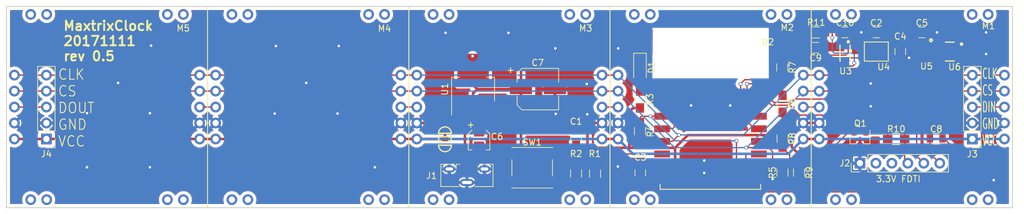
<source format=kicad_pcb>
(kicad_pcb (version 4) (host pcbnew 4.0.6)
  (layers (0 F.Cu signal) (31 B.Cu signal) (34 B.Paste user hide) (35 F.Paste user hide) (36 B.SilkS user) (37 F.SilkS user) (38 B.Mask user) (39 F.Mask user) (44 Edge.Cuts user))
  (net 0 "")
  (net 1 GND)
  (net 2 /RxD)
  (net 3 /TxD)
  (net 4 /DTR)
  (net 5 +3V3)
  (net 6 /CS)
  (net 7 /CLK)
  (net 8 /MOSI)
  (net 9 VCC)
  (net 10 "Net-(C1-Pad2)")
  (net 11 "Net-(R1-Pad2)")
  (net 12 /SDA)
  (net 13 /SCL)
  (net 14 "Net-(R9-Pad2)")
  (net 15 "Net-(D1-Pad1)")
  (net 16 /CH_PD)
  (net 17 "Net-(D1-Pad2)")
  (net 18 "Net-(Q1-Pad1)")
  (net 19 /GPIO0)
  (net 20 /MOSI_OUT)
  (net 21 /D_PWR)
  (net 22 "Net-(M1-Pad6)")
  (net 23 "Net-(M2-Pad6)")
  (net 24 "Net-(M3-Pad6)")
  (net 25 "Net-(M4-Pad6)")
  (net 26 "Net-(C10-Pad2)")
  (module Private:VIA-6mm (layer F.Cu) (at 85.598 45.574)
    (fp_text reference VIA23 hide)
    (fp_text value VIA-6mm hide)
    (pad 1 thru_hole circle (at 0 0) (size 0.6 0.6) (drill 0.4) (layers *.Cu) (net 1 GND))
  )
  (module Pin_Headers:Pin_Header_Straight_1x06_Pitch2.54mm (layer F.Cu) (at 162.738 44.9326 90)
    (fp_text reference J2 (at 0 -2.39 180) (layer F.SilkS))
    (fp_text value CONN_01X06)
    (pad 1 thru_hole rect (at 0 0 90) (size 1.7 1.7) (drill 1) (layers *.Cu *.Mask) (net 1 GND))
    (pad 2 thru_hole oval (at 0 2.54 90) (size 1.7 1.7) (drill 1) (layers *.Cu *.Mask))
    (pad 3 thru_hole oval (at 0 5.08 90) (size 1.7 1.7) (drill 1) (layers *.Cu *.Mask))
    (pad 4 thru_hole oval (at 0 7.62 90) (size 1.7 1.7) (drill 1) (layers *.Cu *.Mask) (net 2 /RxD))
    (pad 5 thru_hole oval (at 0 10.16 90) (size 1.7 1.7) (drill 1) (layers *.Cu *.Mask) (net 3 /TxD))
    (pad 6 thru_hole oval (at 0 12.7 90) (size 1.7 1.7) (drill 1) (layers *.Cu *.Mask) (net 4 /DTR))
  )
  (module Private:VIA-6mm (layer F.Cu) (at 119.3 32.3215)
    (fp_text reference VIA01 hide)
    (fp_text value VIA-6mm hide)
    (pad 1 thru_hole circle (at 0 0) (size 0.6 0.6) (drill 0.4) (layers *.Cu) (net 1 GND))
  )
  (module Private:VIA-6mm (layer F.Cu) (at 114.3635 37.084)
    (fp_text reference VIA02 hide)
    (fp_text value VIA-6mm hide)
    (pad 1 thru_hole circle (at 0 0) (size 0.6 0.6) (drill 0.4) (layers *.Cu) (net 1 GND))
  )
  (module Private:VIA-6mm (layer F.Cu) (at 119.38 37.1475)
    (fp_text reference VIA03 hide)
    (fp_text value VIA-6mm hide)
    (pad 1 thru_hole circle (at 0 0) (size 0.6 0.6) (drill 0.4) (layers *.Cu) (net 1 GND))
  )
  (module Private:VIA-6mm (layer F.Cu) (at 124.3 26.67)
    (fp_text reference VIA04 hide)
    (fp_text value VIA-6mm hide)
    (pad 1 thru_hole circle (at 0 0) (size 0.6 0.6) (drill 0.4) (layers *.Cu) (net 1 GND))
  )
  (module Private:VIA-6mm (layer F.Cu) (at 114.3 26.67)
    (fp_text reference VIA05 hide)
    (fp_text value VIA-6mm hide)
    (pad 1 thru_hole circle (at 0 0) (size 0.6 0.6) (drill 0.4) (layers *.Cu) (net 1 GND))
  )
  (module Private:VIA-6mm (layer F.Cu) (at 106.8375 24.1935)
    (fp_text reference VIA06 hide)
    (fp_text value VIA-6mm hide)
    (pad 1 thru_hole circle (at 0 0) (size 0.6 0.6) (drill 0.4) (layers *.Cu) (net 1 GND))
  )
  (module Private:VIA-6mm (layer F.Cu) (at 96.8375 24.1935)
    (fp_text reference VIA07 hide)
    (fp_text value VIA-6mm hide)
    (pad 1 thru_hole circle (at 0 0) (size 0.6 0.6) (drill 0.4) (layers *.Cu) (net 1 GND))
  )
  (module Private:VIA-6mm (layer F.Cu) (at 137.9855 46.482)
    (fp_text reference VIA08 hide)
    (fp_text value VIA-6mm hide)
    (pad 1 thru_hole circle (at 0 0) (size 0.6 0.6) (drill 0.4) (layers *.Cu) (net 1 GND))
  )
  (module Private:VIA-6mm (layer F.Cu) (at 137.9855 44.5135)
    (fp_text reference VIA09 hide)
    (fp_text value VIA-6mm hide)
    (pad 1 thru_hole circle (at 0 0) (size 0.6 0.6) (drill 0.4) (layers *.Cu) (net 1 GND))
  )
  (module Private:VIA-6mm (layer F.Cu) (at 142.113 35.7505)
    (fp_text reference VIA10 hide)
    (fp_text value VIA-6mm hide)
    (pad 1 thru_hole circle (at 0 0) (size 0.6 0.6) (drill 0.4) (layers *.Cu) (net 1 GND))
  )
  (module Private:VIA-6mm (layer F.Cu) (at 135.89 35.7505)
    (fp_text reference VIA11 hide)
    (fp_text value VIA-6mm hide)
    (pad 1 thru_hole circle (at 0 0) (size 0.6 0.6) (drill 0.4) (layers *.Cu) (net 1 GND))
  )
  (module Private:VIA-6mm (layer F.Cu) (at 164.465 35.8775)
    (fp_text reference VIA12 hide)
    (fp_text value VIA-6mm hide)
    (pad 1 thru_hole circle (at 0 0) (size 0.6 0.6) (drill 0.4) (layers *.Cu) (net 1 GND))
  )
  (module Private:VIA-6mm (layer F.Cu) (at 182.8165 24.13)
    (fp_text reference VIA13 hide)
    (fp_text value VIA-6mm hide)
    (pad 1 thru_hole circle (at 0 0) (size 0.6 0.6) (drill 0.4) (layers *.Cu) (net 1 GND))
  )
  (module Private:VIA-6mm (layer F.Cu) (at 182.8165 27.559)
    (fp_text reference VIA14 hide)
    (fp_text value VIA-6mm hide)
    (pad 1 thru_hole circle (at 0 0) (size 0.6 0.6) (drill 0.4) (layers *.Cu) (net 1 GND))
  )
  (module Private:VIA-6mm (layer F.Cu) (at 164.465 32.258)
    (fp_text reference VIA15 hide)
    (fp_text value VIA-6mm hide)
    (pad 1 thru_hole circle (at 0 0) (size 0.6 0.6) (drill 0.4) (layers *.Cu) (net 1 GND))
  )
  (module Private:VIA-6mm (layer F.Cu) (at 184.023 47.625)
    (fp_text reference VIA07 hide)
    (fp_text value VIA-6mm hide)
    (pad 1 thru_hole circle (at 0 0) (size 0.6 0.6) (drill 0.4) (layers *.Cu) (net 1 GND))
  )
  (module Private:VIA-6mm (layer F.Cu) (at 79.6595 37.0345)
    (fp_text reference VIA17 hide)
    (fp_text value VIA-6mm hide)
    (pad 1 thru_hole circle (at 0 0) (size 0.6 0.6) (drill 0.4) (layers *.Cu) (net 1 GND))
  )
  (module Private:VIA-6mm (layer F.Cu) (at 69.6595 37.0345)
    (fp_text reference VIA20 hide)
    (fp_text value VIA-6mm hide)
    (pad 1 thru_hole circle (at 0 0) (size 0.6 0.6) (drill 0.4) (layers *.Cu) (net 1 GND))
  )
  (module Private:VIA-6mm (layer F.Cu) (at 69.85 26.289)
    (fp_text reference VIA21 hide)
    (fp_text value VIA-6mm hide)
    (pad 1 thru_hole circle (at 0 0) (size 0.6 0.6) (drill 0.4) (layers *.Cu) (net 1 GND))
  )
  (module Private:VIA-6mm (layer F.Cu) (at 79.85 26.289)
    (fp_text reference VIA22 hide)
    (fp_text value VIA-6mm hide)
    (pad 1 thru_hole circle (at 0 0) (size 0.6 0.6) (drill 0.4) (layers *.Cu) (net 1 GND))
  )
  (module Private:VIA-6mm (layer F.Cu) (at 49.8145 45.574)
    (fp_text reference VIA23 hide)
    (fp_text value VIA-6mm hide)
    (pad 1 thru_hole circle (at 0 0) (size 0.6 0.6) (drill 0.4) (layers *.Cu) (net 1 GND))
  )
  (module Private:VIA-6mm (layer F.Cu) (at 49.8145 36.971)
    (fp_text reference VIA24 hide)
    (fp_text value VIA-6mm hide)
    (pad 1 thru_hole circle (at 0 0) (size 0.6 0.6) (drill 0.4) (layers *.Cu) (net 1 GND))
  )
  (module Private:VIA-6mm (layer F.Cu) (at 39.8145 45.574)
    (fp_text reference VIA26 hide)
    (fp_text value VIA-6mm hide)
    (pad 1 thru_hole circle (at 0 0) (size 0.6 0.6) (drill 0.4) (layers *.Cu) (net 1 GND))
  )
  (module Private:VIA-6mm (layer F.Cu) (at 39.8145 36.971)
    (fp_text reference VIA26 hide)
    (fp_text value VIA-6mm hide)
    (pad 1 thru_hole circle (at 0 0) (size 0.6 0.6) (drill 0.4) (layers *.Cu) (net 1 GND))
  )
  (module Private:VIA-6mm (layer F.Cu) (at 44.7548 32.1564)
    (fp_text reference VIA27 hide)
    (fp_text value VIA-6mm hide)
    (pad 1 thru_hole circle (at 0 0) (size 0.6 0.6) (drill 0.4) (layers *.Cu) (net 1 GND))
  )
  (module Private:VIA-6mm (layer F.Cu) (at 50.005 26.2255)
    (fp_text reference VIA28 hide)
    (fp_text value VIA-6mm hide)
    (pad 1 thru_hole circle (at 0 0) (size 0.6 0.6) (drill 0.4) (layers *.Cu) (net 1 GND))
  )
  (module Private:VIA-6mm (layer F.Cu) (at 40.005 26.2255)
    (fp_text reference VIA29 hide)
    (fp_text value VIA-6mm hide)
    (pad 1 thru_hole circle (at 0 0) (size 0.6 0.6) (drill 0.4) (layers *.Cu) (net 1 GND))
  )
  (module Private:VIA-6mm (layer F.Cu) (at 74.676 32.1564)
    (fp_text reference VIA31 hide)
    (fp_text value VIA-6mm hide)
    (pad 1 thru_hole circle (at 0 0) (size 0.6 0.6) (drill 0.4) (layers *.Cu) (net 1 GND))
  )
  (module Private:SOLDER-JUMPER_2-WAY (layer F.Cu) (at 96.7486 41.1264 90)
    (fp_text reference J5 hide)
    (fp_text value DISP_PWR hide)
    (pad 1 smd rect (at -1.35 0 90) (size 1 1) (layers F.Cu F.Paste F.Mask) (net 9 VCC))
    (pad 3 smd rect (at 1.35 0 90) (size 1 1) (layers F.Cu F.Paste F.Mask) (net 5 +3V3))
    (pad 2 smd rect (at 0 0 90) (size 1 1) (layers F.Cu F.Paste F.Mask) (net 21 /D_PWR))
  )
  (module Private:BME680 (layer F.Cu) (at 177.038 27.178 180)
    (fp_text reference U6 (at -0.762 -2.4384 180) (layer F.SilkS))
    (fp_text value BME680 hide)
    (pad 1 smd rect (at -1.2 1.2 270) (size 0.4 0.4) (layers F.Cu F.Paste F.Mask) (net 1 GND))
    (pad 2 smd rect (at -1.2 0.4 270) (size 0.4 0.4) (layers F.Cu F.Paste F.Mask) (net 5 +3V3))
    (pad 3 smd rect (at -1.2 -0.4 270) (size 0.4 0.4) (layers F.Cu F.Paste F.Mask) (net 12 /SDA))
    (pad 4 smd rect (at -1.2 -1.2 270) (size 0.4 0.4) (layers F.Cu F.Paste F.Mask) (net 13 /SCL))
    (pad 5 smd rect (at 1.2 -1.2 270) (size 0.4 0.4) (layers F.Cu F.Paste F.Mask) (net 1 GND))
    (pad 6 smd rect (at 1.2 -0.4 270) (size 0.4 0.4) (layers F.Cu F.Paste F.Mask) (net 5 +3V3))
    (pad 7 smd rect (at 1.2 0.4 270) (size 0.4 0.4) (layers F.Cu F.Paste F.Mask) (net 1 GND))
    (pad 8 smd rect (at 1.2 1.2 270) (size 0.4 0.4) (layers F.Cu F.Paste F.Mask) (net 5 +3V3))
  )
  (module Pin_Headers:Pin_Header_Straight_1x05_Pitch2.54mm (layer F.Cu) (at 33.35 41.08 180)
    (fp_text reference J4 (at 0 -2.39 180) (layer F.SilkS))
    (fp_text value CONN_01X05)
    (pad 1 thru_hole rect (at 0 0 180) (size 1.7 1.7) (drill 1) (layers *.Cu *.Mask) (net 21 /D_PWR))
    (pad 2 thru_hole oval (at 0 2.54 180) (size 1.7 1.7) (drill 1) (layers *.Cu *.Mask) (net 1 GND))
    (pad 3 thru_hole oval (at 0 5.08 180) (size 1.7 1.7) (drill 1) (layers *.Cu *.Mask) (net 20 /MOSI_OUT))
    (pad 4 thru_hole oval (at 0 7.62 180) (size 1.7 1.7) (drill 1) (layers *.Cu *.Mask) (net 6 /CS))
    (pad 5 thru_hole oval (at 0 10.16 180) (size 1.7 1.7) (drill 1) (layers *.Cu *.Mask) (net 7 /CLK))
  )
  (module Buttons_Switches_SMD:SW_SPST_PTS645 (layer F.Cu) (at 110.617 45.6565)
    (fp_text reference SW1 (at 0 -4.05) (layer F.SilkS))
    (fp_text value SW_Push)
    (pad 2 smd rect (at -3.98 2.25) (size 1.55 1.3) (layers F.Cu F.Paste F.Mask) (net 11 "Net-(R1-Pad2)"))
    (pad 1 smd rect (at -3.98 -2.25) (size 1.55 1.3) (layers F.Cu F.Paste F.Mask) (net 5 +3V3))
    (pad 1 smd rect (at 3.98 -2.25) (size 1.55 1.3) (layers F.Cu F.Paste F.Mask) (net 5 +3V3))
    (pad 2 smd rect (at 3.98 2.25) (size 1.55 1.3) (layers F.Cu F.Paste F.Mask) (net 11 "Net-(R1-Pad2)"))
  )
  (module Resistors_SMD:R_0805_HandSoldering (layer F.Cu) (at 168.512 41.0845 180)
    (fp_text reference R10 (at -0.017 1.5875 180) (layer F.SilkS))
    (fp_text value 4K7)
    (pad 1 smd rect (at -1.35 0 180) (size 1.5 1.3) (layers F.Cu F.Paste F.Mask) (net 2 /RxD))
    (pad 2 smd rect (at 1.35 0 180) (size 1.5 1.3) (layers F.Cu F.Paste F.Mask) (net 18 "Net-(Q1-Pad1)"))
  )
  (module TO_SOT_Packages_SMD:SOT-23 (layer F.Cu) (at 162.75 41.0845 270)
    (fp_text reference Q1 (at -2.4765 -0.064 540) (layer F.SilkS))
    (fp_text value PNP)
    (pad 1 smd rect (at -1 -0.95 270) (size 0.9 0.8) (layers F.Cu F.Paste F.Mask) (net 18 "Net-(Q1-Pad1)"))
    (pad 2 smd rect (at -1 0.95 270) (size 0.9 0.8) (layers F.Cu F.Paste F.Mask) (net 19 /GPIO0))
    (pad 3 smd rect (at 1 0 270) (size 0.9 0.8) (layers F.Cu F.Paste F.Mask) (net 1 GND))
  )
  (module Capacitors_SMD:C_0805 (layer F.Cu) (at 174.879 41.021)
    (fp_text reference C8 (at 0 -1.524) (layer F.SilkS))
    (fp_text value 100nF)
    (pad 1 smd rect (at -1 0) (size 1 1.25) (layers F.Cu F.Paste F.Mask) (net 4 /DTR))
    (pad 2 smd rect (at 1 0) (size 1 1.25) (layers F.Cu F.Paste F.Mask) (net 16 /CH_PD))
  )
  (module Private:USB_Micro-B_Vertical_Molex-105133-0001 (layer F.Cu) (at 100.233 46.926)
    (fp_text reference J1 (at -5.618 0.0005) (layer F.SilkS))
    (fp_text value USB_OTG)
    (pad 3 smd rect (at 0 -0.825) (size 0.45 1.5) (layers F.Cu F.Paste F.Mask))
    (pad 4 smd rect (at 0.65 -0.825) (size 0.45 1.5) (layers F.Cu F.Paste F.Mask))
    (pad 2 smd rect (at -0.65 -0.825) (size 0.45 1.5) (layers F.Cu F.Paste F.Mask))
    (pad 5 smd rect (at 1.3 -0.825) (size 0.45 1.5) (layers F.Cu F.Paste F.Mask) (net 1 GND))
    (pad 1 smd rect (at -1.3 -0.825) (size 0.45 1.5) (layers F.Cu F.Paste F.Mask) (net 9 VCC))
    (pad 6 thru_hole oval (at -2.8 -1.075) (size 1.8 1.1) (drill oval 1.2 0.5) (layers *.Cu *.Mask) (net 1 GND))
    (pad 6 thru_hole oval (at 2.8 -1.075) (size 1.8 1.1) (drill oval 1.2 0.5) (layers *.Cu *.Mask) (net 1 GND))
    (pad 6 thru_hole oval (at 0 1.075) (size 2.2 1.1) (drill oval 1.6 0.5) (layers *.Cu *.Mask) (net 1 GND))
  )
  (module Capacitors_SMD:CP_Elec_6.3x5.7 (layer F.Cu) (at 111.531 33.147)
    (fp_text reference C7 (at -0.025 -4.191) (layer F.SilkS))
    (fp_text value 100uF)
    (fp_text user + (at -4.343 -3.048) (layer F.SilkS))
    (pad 1 smd rect (at -2.7 0 180) (size 3.5 1.6) (layers F.Cu F.Paste F.Mask) (net 5 +3V3))
    (pad 2 smd rect (at 2.7 0 180) (size 3.5 1.6) (layers F.Cu F.Paste F.Mask) (net 1 GND))
  )
  (module Private:BME280 (layer F.Cu) (at 171.595 26.203)
    (fp_text reference U5 (at 1.7346 3.3118) (layer F.SilkS))
    (fp_text value BME280 hide)
    (pad 1 smd rect (at 2.05 0 90) (size 0.35 0.5) (layers F.Cu F.Paste F.Mask) (net 1 GND))
    (pad 2 smd rect (at 2.05 0.65 90) (size 0.35 0.5) (layers F.Cu F.Paste F.Mask) (net 5 +3V3))
    (pad 3 smd rect (at 2.05 1.3 90) (size 0.35 0.5) (layers F.Cu F.Paste F.Mask) (net 12 /SDA))
    (pad 4 smd rect (at 2.05 1.95 90) (size 0.35 0.5) (layers F.Cu F.Paste F.Mask) (net 13 /SCL))
    (pad 5 smd rect (at 0 1.95 90) (size 0.35 0.5) (layers F.Cu F.Paste F.Mask) (net 1 GND))
    (pad 6 smd rect (at 0 1.3 90) (size 0.35 0.5) (layers F.Cu F.Paste F.Mask) (net 5 +3V3))
    (pad 7 smd rect (at 0 0.65 90) (size 0.35 0.5) (layers F.Cu F.Paste F.Mask) (net 1 GND))
    (pad 8 smd rect (at 0 0 90) (size 0.35 0.5) (layers F.Cu F.Paste F.Mask) (net 5 +3V3))
  )
  (module Private:APDS9301 (layer F.Cu) (at 165.354 27.178 180)
    (fp_text reference U4 (at -1.1684 -2.4384 180) (layer F.SilkS))
    (fp_text value APDS-9301)
    (pad 5 smd rect (at -1.1 -1 180) (size 1.1 0.6) (layers F.Cu F.Paste F.Mask) (net 12 /SDA))
    (pad 6 smd rect (at -1.1 0 180) (size 1.1 0.7) (layers F.Cu F.Paste F.Mask))
    (pad 1 smd rect (at -1.1 1 180) (size 1.1 0.6) (layers F.Cu F.Paste F.Mask) (net 5 +3V3))
    (pad 2 smd rect (at 1.1 1 180) (size 1.1 0.6) (layers F.Cu F.Paste F.Mask) (net 1 GND))
    (pad 3 smd rect (at 1.1 0 180) (size 1.1 0.7) (layers F.Cu F.Paste F.Mask))
    (pad 4 smd rect (at 1.1 -1 180) (size 1.1 0.6) (layers F.Cu F.Paste F.Mask) (net 13 /SCL))
  )
  (module ESP8266:ESP-12E_SMD (layer F.Cu) (at 131.978 33.4584)
    (fp_text reference U2 (at 16.104 -7.8044) (layer F.SilkS))
    (fp_text value ESP-12E hide)
    (pad 1 smd rect (at 0 0) (size 2.5 1.1) (drill (offset -0.7 0)) (layers F.Cu F.Paste F.Mask) (net 17 "Net-(D1-Pad2)"))
    (pad 2 smd rect (at 0 2) (size 2.5 1.1) (drill (offset -0.7 0)) (layers F.Cu F.Paste F.Mask))
    (pad 3 smd rect (at 0 4) (size 2.5 1.1) (drill (offset -0.7 0)) (layers F.Cu F.Paste F.Mask) (net 16 /CH_PD))
    (pad 4 smd rect (at 0 6) (size 2.5 1.1) (drill (offset -0.7 0)) (layers F.Cu F.Paste F.Mask) (net 15 "Net-(D1-Pad1)"))
    (pad 5 smd rect (at 0 8) (size 2.5 1.1) (drill (offset -0.7 0)) (layers F.Cu F.Paste F.Mask) (net 7 /CLK))
    (pad 6 smd rect (at 0 10) (size 2.5 1.1) (drill (offset -0.7 0)) (layers F.Cu F.Paste F.Mask) (net 10 "Net-(C1-Pad2)"))
    (pad 7 smd rect (at 0 12) (size 2.5 1.1) (drill (offset -0.7 0)) (layers F.Cu F.Paste F.Mask) (net 8 /MOSI))
    (pad 8 smd rect (at 0 14) (size 2.5 1.1) (drill (offset -0.7 0)) (layers F.Cu F.Paste F.Mask) (net 5 +3V3))
    (pad 9 smd rect (at 14 14) (size 2.5 1.1) (drill (offset 0.7 0)) (layers F.Cu F.Paste F.Mask) (net 1 GND))
    (pad 10 smd rect (at 14 12) (size 2.5 1.1) (drill (offset 0.7 0)) (layers F.Cu F.Paste F.Mask) (net 6 /CS))
    (pad 11 smd rect (at 14 10) (size 2.5 1.1) (drill (offset 0.7 0)) (layers F.Cu F.Paste F.Mask) (net 14 "Net-(R9-Pad2)"))
    (pad 12 smd rect (at 14 8) (size 2.5 1.1) (drill (offset 0.7 0)) (layers F.Cu F.Paste F.Mask) (net 19 /GPIO0))
    (pad 13 smd rect (at 14 6) (size 2.5 1.1) (drill (offset 0.7 0)) (layers F.Cu F.Paste F.Mask) (net 13 /SCL))
    (pad 14 smd rect (at 14 4) (size 2.5 1.1) (drill (offset 0.7 0)) (layers F.Cu F.Paste F.Mask) (net 12 /SDA))
    (pad 15 smd rect (at 14 2) (size 2.5 1.1) (drill (offset 0.7 0)) (layers F.Cu F.Paste F.Mask) (net 2 /RxD))
    (pad 16 smd rect (at 14 0) (size 2.5 1.1) (drill (offset 0.7 0)) (layers F.Cu F.Paste F.Mask) (net 3 /TxD))
    (pad 17 smd rect (at 1.99 15 90) (size 2.5 1.1) (drill (offset -0.7 0)) (layers F.Cu F.Paste F.Mask))
    (pad 18 smd rect (at 3.99 15 90) (size 2.5 1.1) (drill (offset -0.7 0)) (layers F.Cu F.Paste F.Mask))
    (pad 19 smd rect (at 5.99 15 90) (size 2.5 1.1) (drill (offset -0.7 0)) (layers F.Cu F.Paste F.Mask))
    (pad 20 smd rect (at 7.99 15 90) (size 2.5 1.1) (drill (offset -0.7 0)) (layers F.Cu F.Paste F.Mask))
    (pad 21 smd rect (at 9.99 15 90) (size 2.5 1.1) (drill (offset -0.7 0)) (layers F.Cu F.Paste F.Mask))
    (pad 22 smd rect (at 11.99 15 90) (size 2.5 1.1) (drill (offset -0.7 0)) (layers F.Cu F.Paste F.Mask))
  )
  (module Resistors_SMD:R_0805_HandSoldering (layer F.Cu) (at 150.444 41.0248 270)
    (fp_text reference R8 (at -0.0038 -1.575 270) (layer F.SilkS))
    (fp_text value 10K)
    (pad 1 smd rect (at -1.35 0 270) (size 1.5 1.3) (layers F.Cu F.Paste F.Mask) (net 5 +3V3))
    (pad 2 smd rect (at 1.35 0 270) (size 1.5 1.3) (layers F.Cu F.Paste F.Mask) (net 19 /GPIO0))
  )
  (module Resistors_SMD:R_0805_HandSoldering (layer F.Cu) (at 150.393 29.6926 270)
    (fp_text reference R7 (at 0 -1.626 270) (layer F.SilkS))
    (fp_text value 10K)
    (pad 1 smd rect (at -1.35 0 270) (size 1.5 1.3) (layers F.Cu F.Paste F.Mask) (net 5 +3V3))
    (pad 2 smd rect (at 1.35 0 270) (size 1.5 1.3) (layers F.Cu F.Paste F.Mask) (net 13 /SCL))
  )
  (module Diodes_SMD:D_SOD-123 (layer F.Cu) (at 127.762 29.6926 270)
    (fp_text reference D1 (at 0 -1.8415 270) (layer F.SilkS))
    (fp_text value 1N4148)
    (pad 1 smd rect (at -1.65 0 270) (size 0.9 1.2) (layers F.Cu F.Paste F.Mask) (net 15 "Net-(D1-Pad1)"))
    (pad 2 smd rect (at 1.65 0 270) (size 0.9 1.2) (layers F.Cu F.Paste F.Mask) (net 17 "Net-(D1-Pad2)"))
  )
  (module Capacitors_SMD:C_0805 (layer F.Cu) (at 172.593 24.13 180)
    (fp_text reference C5 (at 0 1.524 180) (layer F.SilkS))
    (fp_text value 100nF)
    (pad 1 smd rect (at -1 0 180) (size 1 1.25) (layers F.Cu F.Paste F.Mask) (net 1 GND))
    (pad 2 smd rect (at 1 0 180) (size 1 1.25) (layers F.Cu F.Paste F.Mask) (net 5 +3V3))
  )
  (module Capacitors_SMD:C_0805 (layer F.Cu) (at 169.164 27.178 90)
    (fp_text reference C4 (at 2.413 0 180) (layer F.SilkS))
    (fp_text value 100nF)
    (pad 1 smd rect (at -1 0 90) (size 1 1.25) (layers F.Cu F.Paste F.Mask) (net 1 GND))
    (pad 2 smd rect (at 1 0 90) (size 1 1.25) (layers F.Cu F.Paste F.Mask) (net 5 +3V3))
  )
  (module Capacitors_SMD:C_0805 (layer F.Cu) (at 127.813 46.4566 90)
    (fp_text reference C3 (at 2.4511 0.0125 180) (layer F.SilkS))
    (fp_text value 100nF)
    (pad 1 smd rect (at -1 0 90) (size 1 1.25) (layers F.Cu F.Paste F.Mask) (net 5 +3V3))
    (pad 2 smd rect (at 1 0 90) (size 1 1.25) (layers F.Cu F.Paste F.Mask) (net 1 GND))
  )
  (module Capacitors_SMD:C_0805 (layer F.Cu) (at 165.354 24.13)
    (fp_text reference C2 (at 0 -1.5) (layer F.SilkS))
    (fp_text value 100nF)
    (pad 1 smd rect (at -1 0) (size 1 1.25) (layers F.Cu F.Paste F.Mask) (net 1 GND))
    (pad 2 smd rect (at 1 0) (size 1 1.25) (layers F.Cu F.Paste F.Mask) (net 5 +3V3))
  )
  (module Capacitors_SMD:C_0805 (layer F.Cu) (at 117.602 40.8305 270)
    (fp_text reference C1 (at -2.54 0 360) (layer F.SilkS))
    (fp_text value 100nF)
    (pad 1 smd rect (at -1 0 270) (size 1 1.25) (layers F.Cu F.Paste F.Mask) (net 5 +3V3))
    (pad 2 smd rect (at 1 0 270) (size 1 1.25) (layers F.Cu F.Paste F.Mask) (net 10 "Net-(C1-Pad2)"))
  )
  (module Resistors_SMD:R_0805_HandSoldering (layer F.Cu) (at 120.625 46.5836 270)
    (fp_text reference R1 (at -3.1496 0.0385 360) (layer F.SilkS))
    (fp_text value 100K)
    (pad 1 smd rect (at -1.35 0 270) (size 1.5 1.3) (layers F.Cu F.Paste F.Mask) (net 1 GND))
    (pad 2 smd rect (at 1.35 0 270) (size 1.5 1.3) (layers F.Cu F.Paste F.Mask) (net 11 "Net-(R1-Pad2)"))
  )
  (module Resistors_SMD:R_0805_HandSoldering (layer F.Cu) (at 150.444 35.4838 90)
    (fp_text reference R6 (at 0 1.575 90) (layer F.SilkS))
    (fp_text value 10K)
    (pad 1 smd rect (at -1.35 0 90) (size 1.5 1.3) (layers F.Cu F.Paste F.Mask) (net 5 +3V3))
    (pad 2 smd rect (at 1.35 0 90) (size 1.5 1.3) (layers F.Cu F.Paste F.Mask) (net 12 /SDA))
  )
  (module Resistors_SMD:R_0805_HandSoldering (layer F.Cu) (at 150.419 46.4312 270)
    (fp_text reference R5 (at 0 1.575 270) (layer F.SilkS))
    (fp_text value 10K)
    (pad 1 smd rect (at -1.35 0 270) (size 1.5 1.3) (layers F.Cu F.Paste F.Mask) (net 6 /CS))
    (pad 2 smd rect (at 1.35 0 270) (size 1.5 1.3) (layers F.Cu F.Paste F.Mask) (net 1 GND))
  )
  (module Resistors_SMD:R_0805_HandSoldering (layer F.Cu) (at 127.762 34.798 90)
    (fp_text reference R3 (at 0 1.5875 90) (layer F.SilkS))
    (fp_text value 10K)
    (pad 1 smd rect (at -1.35 0 90) (size 1.5 1.3) (layers F.Cu F.Paste F.Mask) (net 5 +3V3))
    (pad 2 smd rect (at 1.35 0 90) (size 1.5 1.3) (layers F.Cu F.Paste F.Mask) (net 17 "Net-(D1-Pad2)"))
  )
  (module Resistors_SMD:R_0805_HandSoldering (layer F.Cu) (at 117.602 46.5544 270)
    (fp_text reference R2 (at -3.1204 0 360) (layer F.SilkS))
    (fp_text value 100K)
    (pad 1 smd rect (at -1.35 0 270) (size 1.5 1.3) (layers F.Cu F.Paste F.Mask) (net 10 "Net-(C1-Pad2)"))
    (pad 2 smd rect (at 1.35 0 270) (size 1.5 1.3) (layers F.Cu F.Paste F.Mask) (net 11 "Net-(R1-Pad2)"))
  )
  (module Resistors_SMD:R_0805_HandSoldering (layer F.Cu) (at 127.762 39.8272 90)
    (fp_text reference R4 (at 0 1.651 90) (layer F.SilkS))
    (fp_text value 10K)
    (pad 1 smd rect (at -1.35 0 90) (size 1.5 1.3) (layers F.Cu F.Paste F.Mask) (net 5 +3V3))
    (pad 2 smd rect (at 1.35 0 90) (size 1.5 1.3) (layers F.Cu F.Paste F.Mask) (net 16 /CH_PD))
  )
  (module Resistors_SMD:R_0805_HandSoldering (layer F.Cu) (at 153.06 46.4312 270)
    (fp_text reference R9 (at 0 -1.626 270) (layer F.SilkS))
    (fp_text value 10K)
    (pad 1 smd rect (at -1.35 0 270) (size 1.5 1.3) (layers F.Cu F.Paste F.Mask) (net 5 +3V3))
    (pad 2 smd rect (at 1.35 0 270) (size 1.5 1.3) (layers F.Cu F.Paste F.Mask) (net 14 "Net-(R9-Pad2)"))
  )
  (module Pin_Headers:Pin_Header_Straight_1x05_Pitch2.54mm (layer F.Cu) (at 180.62 41.08 180)
    (fp_text reference J3 (at 0 -2.39 180) (layer F.SilkS))
    (fp_text value CONN_01X05)
    (pad 1 thru_hole rect (at 0 0 180) (size 1.7 1.7) (drill 1) (layers *.Cu *.Mask) (net 21 /D_PWR))
    (pad 2 thru_hole oval (at 0 2.54 180) (size 1.7 1.7) (drill 1) (layers *.Cu *.Mask) (net 1 GND))
    (pad 3 thru_hole oval (at 0 5.08 180) (size 1.7 1.7) (drill 1) (layers *.Cu *.Mask) (net 8 /MOSI))
    (pad 4 thru_hole oval (at 0 7.62 180) (size 1.7 1.7) (drill 1) (layers *.Cu *.Mask) (net 6 /CS))
    (pad 5 thru_hole oval (at 0 10.16 180) (size 1.7 1.7) (drill 1) (layers *.Cu *.Mask) (net 7 /CLK))
  )
  (module Capacitors_SMD:CP_Elec_3x5.3 (layer F.Cu) (at 102.1715 41.0845 270)
    (fp_text reference C6 (at -0.381 -2.8575 360) (layer F.SilkS))
    (fp_text value 10uF)
    (fp_text user + (at -2.22 1.4 270) (layer F.SilkS))
    (pad 2 smd rect (at 1.5 0 270) (size 2.2 1.6) (layers F.Cu F.Paste F.Mask) (net 1 GND))
    (pad 1 smd rect (at -1.5 0 270) (size 2.2 1.6) (layers F.Cu F.Paste F.Mask) (net 9 VCC))
  )
  (module TO_SOT_Packages_SMD:SOT-223-3Lead_TabPin2 (layer F.Cu) (at 101.219 33.1724 90)
    (fp_text reference U1 (at 0 -4.5 90) (layer F.SilkS))
    (fp_text value LD1117S33TR)
    (pad 2 smd rect (at 3.15 0 90) (size 5 5) (layers F.Cu F.Paste F.Mask) (net 5 +3V3))
    (pad 2 smd rect (at -3.15 0 90) (size 2 1.5) (layers F.Cu F.Paste F.Mask) (net 5 +3V3))
    (pad 3 smd rect (at -3.15 2.3 90) (size 2 1.5) (layers F.Cu F.Paste F.Mask) (net 9 VCC))
    (pad 1 smd rect (at -3.15 -2.3 90) (size 2 1.5) (layers F.Cu F.Paste F.Mask) (net 1 GND))
  )
  (module Private:Module_MAX7219 (layer F.Cu) (at 59 20 270)
    (fp_text reference M5 (at 3.4696 3.882 360) (layer F.SilkS))
    (fp_text value Module_MAX7219)
    (pad "" thru_hole circle (at 1.27 3.86 270) (size 1.7 1.7) (drill 1) (layers *.Cu *.Mask))
    (pad "" thru_hole circle (at 1.27 6.4 270) (size 1.7 1.7) (drill 1) (layers *.Cu *.Mask))
    (pad "" thru_hole circle (at 1.27 25.6 270) (size 1.7 1.7) (drill 1) (layers *.Cu *.Mask))
    (pad "" thru_hole circle (at 1.27 28.14 270) (size 1.7 1.7) (drill 1) (layers *.Cu *.Mask))
    (pad "" thru_hole circle (at 30.73 3.86 270) (size 1.7 1.7) (drill 1) (layers *.Cu *.Mask))
    (pad "" thru_hole circle (at 30.73 6.4 270) (size 1.7 1.7) (drill 1) (layers *.Cu *.Mask))
    (pad "" thru_hole circle (at 30.73 25.6 270) (size 1.7 1.7) (drill 1) (layers *.Cu *.Mask))
    (pad "" thru_hole circle (at 30.73 28.14 270) (size 1.7 1.7) (drill 1) (layers *.Cu *.Mask))
    (pad 1 thru_hole circle (at 10.92 1.27 270) (size 1.7 1.7) (drill 1) (layers *.Cu *.Mask) (net 7 /CLK))
    (pad 2 thru_hole circle (at 13.46 1.27 270) (size 1.7 1.7) (drill 1) (layers *.Cu *.Mask) (net 6 /CS))
    (pad 3 thru_hole circle (at 16 1.27 270) (size 1.7 1.7) (drill 1) (layers *.Cu *.Mask) (net 25 "Net-(M4-Pad6)"))
    (pad 4 thru_hole circle (at 18.54 1.27 270) (size 1.7 1.7) (drill 1) (layers *.Cu *.Mask) (net 1 GND))
    (pad 5 thru_hole circle (at 21.08 1.27 270) (size 1.7 1.7) (drill 1) (layers *.Cu *.Mask) (net 21 /D_PWR))
    (pad 1 thru_hole circle (at 10.92 30.73 270) (size 1.7 1.7) (drill 1) (layers *.Cu *.Mask) (net 7 /CLK))
    (pad 2 thru_hole circle (at 13.46 30.73 270) (size 1.7 1.7) (drill 1) (layers *.Cu *.Mask) (net 6 /CS))
    (pad 6 thru_hole circle (at 16 30.73 270) (size 1.7 1.7) (drill 1) (layers *.Cu *.Mask) (net 20 /MOSI_OUT))
    (pad 4 thru_hole circle (at 18.54 30.73 270) (size 1.7 1.7) (drill 1) (layers *.Cu *.Mask) (net 1 GND))
    (pad 5 thru_hole circle (at 21.08 30.73 270) (size 1.7 1.7) (drill 1) (layers *.Cu *.Mask) (net 21 /D_PWR))
  )
  (module Private:Module_MAX7219 (layer F.Cu) (at 155 20 270)
    (fp_text reference M2 (at 3.368 3.8192 360) (layer F.SilkS))
    (fp_text value Module_MAX7219)
    (pad "" thru_hole circle (at 1.27 3.86 270) (size 1.7 1.7) (drill 1) (layers *.Cu *.Mask))
    (pad "" thru_hole circle (at 1.27 6.4 270) (size 1.7 1.7) (drill 1) (layers *.Cu *.Mask))
    (pad "" thru_hole circle (at 1.27 25.6 270) (size 1.7 1.7) (drill 1) (layers *.Cu *.Mask))
    (pad "" thru_hole circle (at 1.27 28.14 270) (size 1.7 1.7) (drill 1) (layers *.Cu *.Mask))
    (pad "" thru_hole circle (at 30.73 3.86 270) (size 1.7 1.7) (drill 1) (layers *.Cu *.Mask))
    (pad "" thru_hole circle (at 30.73 6.4 270) (size 1.7 1.7) (drill 1) (layers *.Cu *.Mask))
    (pad "" thru_hole circle (at 30.73 25.6 270) (size 1.7 1.7) (drill 1) (layers *.Cu *.Mask))
    (pad "" thru_hole circle (at 30.73 28.14 270) (size 1.7 1.7) (drill 1) (layers *.Cu *.Mask))
    (pad 1 thru_hole circle (at 10.92 1.27 270) (size 1.7 1.7) (drill 1) (layers *.Cu *.Mask) (net 7 /CLK))
    (pad 2 thru_hole circle (at 13.46 1.27 270) (size 1.7 1.7) (drill 1) (layers *.Cu *.Mask) (net 6 /CS))
    (pad 3 thru_hole circle (at 16 1.27 270) (size 1.7 1.7) (drill 1) (layers *.Cu *.Mask) (net 22 "Net-(M1-Pad6)"))
    (pad 4 thru_hole circle (at 18.54 1.27 270) (size 1.7 1.7) (drill 1) (layers *.Cu *.Mask) (net 1 GND))
    (pad 5 thru_hole circle (at 21.08 1.27 270) (size 1.7 1.7) (drill 1) (layers *.Cu *.Mask) (net 21 /D_PWR))
    (pad 1 thru_hole circle (at 10.92 30.73 270) (size 1.7 1.7) (drill 1) (layers *.Cu *.Mask) (net 7 /CLK))
    (pad 2 thru_hole circle (at 13.46 30.73 270) (size 1.7 1.7) (drill 1) (layers *.Cu *.Mask) (net 6 /CS))
    (pad 6 thru_hole circle (at 16 30.73 270) (size 1.7 1.7) (drill 1) (layers *.Cu *.Mask) (net 23 "Net-(M2-Pad6)"))
    (pad 4 thru_hole circle (at 18.54 30.73 270) (size 1.7 1.7) (drill 1) (layers *.Cu *.Mask) (net 1 GND))
    (pad 5 thru_hole circle (at 21.08 30.73 270) (size 1.7 1.7) (drill 1) (layers *.Cu *.Mask) (net 21 /D_PWR))
  )
  (module Private:Module_MAX7219 (layer F.Cu) (at 91 20 270)
    (fp_text reference M4 (at 3.5204 3.878 360) (layer F.SilkS))
    (fp_text value Module_MAX7219)
    (pad "" thru_hole circle (at 1.27 3.86 270) (size 1.7 1.7) (drill 1) (layers *.Cu *.Mask))
    (pad "" thru_hole circle (at 1.27 6.4 270) (size 1.7 1.7) (drill 1) (layers *.Cu *.Mask))
    (pad "" thru_hole circle (at 1.27 25.6 270) (size 1.7 1.7) (drill 1) (layers *.Cu *.Mask))
    (pad "" thru_hole circle (at 1.27 28.14 270) (size 1.7 1.7) (drill 1) (layers *.Cu *.Mask))
    (pad "" thru_hole circle (at 30.73 3.86 270) (size 1.7 1.7) (drill 1) (layers *.Cu *.Mask))
    (pad "" thru_hole circle (at 30.73 6.4 270) (size 1.7 1.7) (drill 1) (layers *.Cu *.Mask))
    (pad "" thru_hole circle (at 30.73 25.6 270) (size 1.7 1.7) (drill 1) (layers *.Cu *.Mask))
    (pad "" thru_hole circle (at 30.73 28.14 270) (size 1.7 1.7) (drill 1) (layers *.Cu *.Mask))
    (pad 1 thru_hole circle (at 10.92 1.27 270) (size 1.7 1.7) (drill 1) (layers *.Cu *.Mask) (net 7 /CLK))
    (pad 2 thru_hole circle (at 13.46 1.27 270) (size 1.7 1.7) (drill 1) (layers *.Cu *.Mask) (net 6 /CS))
    (pad 3 thru_hole circle (at 16 1.27 270) (size 1.7 1.7) (drill 1) (layers *.Cu *.Mask) (net 24 "Net-(M3-Pad6)"))
    (pad 4 thru_hole circle (at 18.54 1.27 270) (size 1.7 1.7) (drill 1) (layers *.Cu *.Mask) (net 1 GND))
    (pad 5 thru_hole circle (at 21.08 1.27 270) (size 1.7 1.7) (drill 1) (layers *.Cu *.Mask) (net 21 /D_PWR))
    (pad 1 thru_hole circle (at 10.92 30.73 270) (size 1.7 1.7) (drill 1) (layers *.Cu *.Mask) (net 7 /CLK))
    (pad 2 thru_hole circle (at 13.46 30.73 270) (size 1.7 1.7) (drill 1) (layers *.Cu *.Mask) (net 6 /CS))
    (pad 6 thru_hole circle (at 16 30.73 270) (size 1.7 1.7) (drill 1) (layers *.Cu *.Mask) (net 25 "Net-(M4-Pad6)"))
    (pad 4 thru_hole circle (at 18.54 30.73 270) (size 1.7 1.7) (drill 1) (layers *.Cu *.Mask) (net 1 GND))
    (pad 5 thru_hole circle (at 21.08 30.73 270) (size 1.7 1.7) (drill 1) (layers *.Cu *.Mask) (net 21 /D_PWR))
  )
  (module Private:Module_MAX7219 (layer F.Cu) (at 122.996 20 270)
    (fp_text reference M3 (at 3.4696 3.87 360) (layer F.SilkS))
    (fp_text value Module_MAX7219)
    (pad "" thru_hole circle (at 1.27 3.86 270) (size 1.7 1.7) (drill 1) (layers *.Cu *.Mask))
    (pad "" thru_hole circle (at 1.27 6.4 270) (size 1.7 1.7) (drill 1) (layers *.Cu *.Mask))
    (pad "" thru_hole circle (at 1.27 25.6 270) (size 1.7 1.7) (drill 1) (layers *.Cu *.Mask))
    (pad "" thru_hole circle (at 1.27 28.14 270) (size 1.7 1.7) (drill 1) (layers *.Cu *.Mask))
    (pad "" thru_hole circle (at 30.73 3.86 270) (size 1.7 1.7) (drill 1) (layers *.Cu *.Mask))
    (pad "" thru_hole circle (at 30.73 6.4 270) (size 1.7 1.7) (drill 1) (layers *.Cu *.Mask))
    (pad "" thru_hole circle (at 30.73 25.6 270) (size 1.7 1.7) (drill 1) (layers *.Cu *.Mask))
    (pad "" thru_hole circle (at 30.73 28.14 270) (size 1.7 1.7) (drill 1) (layers *.Cu *.Mask))
    (pad 1 thru_hole circle (at 10.92 1.27 270) (size 1.7 1.7) (drill 1) (layers *.Cu *.Mask) (net 7 /CLK))
    (pad 2 thru_hole circle (at 13.46 1.27 270) (size 1.7 1.7) (drill 1) (layers *.Cu *.Mask) (net 6 /CS))
    (pad 3 thru_hole circle (at 16 1.27 270) (size 1.7 1.7) (drill 1) (layers *.Cu *.Mask) (net 23 "Net-(M2-Pad6)"))
    (pad 4 thru_hole circle (at 18.54 1.27 270) (size 1.7 1.7) (drill 1) (layers *.Cu *.Mask) (net 1 GND))
    (pad 5 thru_hole circle (at 21.08 1.27 270) (size 1.7 1.7) (drill 1) (layers *.Cu *.Mask) (net 21 /D_PWR))
    (pad 1 thru_hole circle (at 10.92 30.73 270) (size 1.7 1.7) (drill 1) (layers *.Cu *.Mask) (net 7 /CLK))
    (pad 2 thru_hole circle (at 13.46 30.73 270) (size 1.7 1.7) (drill 1) (layers *.Cu *.Mask) (net 6 /CS))
    (pad 6 thru_hole circle (at 16 30.73 270) (size 1.7 1.7) (drill 1) (layers *.Cu *.Mask) (net 24 "Net-(M3-Pad6)"))
    (pad 4 thru_hole circle (at 18.54 30.73 270) (size 1.7 1.7) (drill 1) (layers *.Cu *.Mask) (net 1 GND))
    (pad 5 thru_hole circle (at 21.08 30.73 270) (size 1.7 1.7) (drill 1) (layers *.Cu *.Mask) (net 21 /D_PWR))
  )
  (module Private:Module_MAX7219 (layer F.Cu) (at 187 20 270)
    (fp_text reference M1 (at 3.114 3.8152 360) (layer F.SilkS))
    (fp_text value Module_MAX7219)
    (pad "" thru_hole circle (at 1.27 3.86 270) (size 1.7 1.7) (drill 1) (layers *.Cu *.Mask))
    (pad "" thru_hole circle (at 1.27 6.4 270) (size 1.7 1.7) (drill 1) (layers *.Cu *.Mask))
    (pad "" thru_hole circle (at 1.27 25.6 270) (size 1.7 1.7) (drill 1) (layers *.Cu *.Mask))
    (pad "" thru_hole circle (at 1.27 28.14 270) (size 1.7 1.7) (drill 1) (layers *.Cu *.Mask))
    (pad "" thru_hole circle (at 30.73 3.86 270) (size 1.7 1.7) (drill 1) (layers *.Cu *.Mask))
    (pad "" thru_hole circle (at 30.73 6.4 270) (size 1.7 1.7) (drill 1) (layers *.Cu *.Mask))
    (pad "" thru_hole circle (at 30.73 25.6 270) (size 1.7 1.7) (drill 1) (layers *.Cu *.Mask))
    (pad "" thru_hole circle (at 30.73 28.14 270) (size 1.7 1.7) (drill 1) (layers *.Cu *.Mask))
    (pad 1 thru_hole circle (at 10.92 1.27 270) (size 1.7 1.7) (drill 1) (layers *.Cu *.Mask) (net 7 /CLK))
    (pad 2 thru_hole circle (at 13.46 1.27 270) (size 1.7 1.7) (drill 1) (layers *.Cu *.Mask) (net 6 /CS))
    (pad 3 thru_hole circle (at 16 1.27 270) (size 1.7 1.7) (drill 1) (layers *.Cu *.Mask) (net 8 /MOSI))
    (pad 4 thru_hole circle (at 18.54 1.27 270) (size 1.7 1.7) (drill 1) (layers *.Cu *.Mask) (net 1 GND))
    (pad 5 thru_hole circle (at 21.08 1.27 270) (size 1.7 1.7) (drill 1) (layers *.Cu *.Mask) (net 21 /D_PWR))
    (pad 1 thru_hole circle (at 10.92 30.73 270) (size 1.7 1.7) (drill 1) (layers *.Cu *.Mask) (net 7 /CLK))
    (pad 2 thru_hole circle (at 13.46 30.73 270) (size 1.7 1.7) (drill 1) (layers *.Cu *.Mask) (net 6 /CS))
    (pad 6 thru_hole circle (at 16 30.73 270) (size 1.7 1.7) (drill 1) (layers *.Cu *.Mask) (net 22 "Net-(M1-Pad6)"))
    (pad 4 thru_hole circle (at 18.54 30.73 270) (size 1.7 1.7) (drill 1) (layers *.Cu *.Mask) (net 1 GND))
    (pad 5 thru_hole circle (at 21.08 30.73 270) (size 1.7 1.7) (drill 1) (layers *.Cu *.Mask) (net 21 /D_PWR))
  )
  (module Capacitors_SMD:C_0805 (layer F.Cu) (at 160.3408 24.13 180)
    (fp_text reference C10 (at -0.0348 1.524 180) (layer F.SilkS))
    (fp_text value 100nF)
    (pad 1 smd rect (at -1 0 180) (size 1 1.25) (layers F.Cu F.Paste F.Mask) (net 1 GND))
    (pad 2 smd rect (at 1 0 180) (size 1 1.25) (layers F.Cu F.Paste F.Mask) (net 26 "Net-(C10-Pad2)"))
  )
  (module Resistors_SMD:R_0805_HandSoldering (layer F.Cu) (at 155.7528 24.13)
    (fp_text reference R11 (at 0.0508 -1.5748) (layer F.SilkS))
    (fp_text value 1K)
    (pad 1 smd rect (at -1.35 0) (size 1.5 1.3) (layers F.Cu F.Paste F.Mask) (net 5 +3V3))
    (pad 2 smd rect (at 1.35 0) (size 1.5 1.3) (layers F.Cu F.Paste F.Mask) (net 26 "Net-(C10-Pad2)"))
  )
  (module Private:WSOF6 (layer F.Cu) (at 160.3756 27.432 270)
    (fp_text reference U3 (at 2.8448 -0.1016 360) (layer F.SilkS))
    (fp_text value BH1750FVI-TR hide)
    (pad 1 smd rect (at -1.375 -0.5) (size 0.25 0.55) (layers F.Cu F.Paste F.Mask) (net 5 +3V3))
    (pad 2 smd rect (at -1.375 0) (size 0.25 0.55) (layers F.Cu F.Paste F.Mask) (net 1 GND))
    (pad 3 smd rect (at -1.375 0.5) (size 0.25 0.55) (layers F.Cu F.Paste F.Mask) (net 1 GND))
    (pad 4 smd rect (at 1.375 0.5) (size 0.25 0.55) (layers F.Cu F.Paste F.Mask) (net 12 /SDA))
    (pad 5 smd rect (at 1.375 0) (size 0.25 0.55) (layers F.Cu F.Paste F.Mask) (net 26 "Net-(C10-Pad2)"))
    (pad 6 smd rect (at 1.375 -0.5) (size 0.25 0.55) (layers F.Cu F.Paste F.Mask) (net 13 /SCL))
  )
  (module Capacitors_SMD:C_0805 (layer F.Cu) (at 155.718 26.5684 180)
    (fp_text reference C9 (at 0.016 -1.6256 180) (layer F.SilkS))
    (fp_text value 100nF)
    (pad 1 smd rect (at -1 0 180) (size 1 1.25) (layers F.Cu F.Paste F.Mask) (net 1 GND))
    (pad 2 smd rect (at 1 0 180) (size 1 1.25) (layers F.Cu F.Paste F.Mask) (net 5 +3V3))
  )
  (gr_text "CLK\nCS\nDIN\nGND\nVCC" (at 182.118 36.0045) (layer F.SilkS) (effects (font (size 1.65 0.85)) (justify left)))
  (gr_text "CLK\nCS\nDOUT\nGND\nVCC" (at 35.1155 36.1315) (layer F.SilkS) (effects (font (size 1.65 1.5)) (justify left)))
  (gr_text "3.3V FDTI" (at 168.8465 47.4345) (layer F.SilkS) (effects (font (size 1 1))))
  (gr_text "MaxtrixClock\n20171111\nrev 0.5" (at 35.9156 25.5016) (layer F.SilkS) (effects (font (size 1.5 1.5) (thickness 0.3)) (justify left)))
  (gr_line (start 27 52) (end 27 20) (angle 90) (layer Edge.Cuts) (width 0.15))
  (gr_line (start 27 20) (end 187 20) (angle 90) (layer Edge.Cuts) (width 0.15))
  (gr_line (start 187 20) (end 187 52) (angle 90) (layer Edge.Cuts) (width 0.15))
  (gr_line (start 187 52) (end 27 52) (angle 90) (layer Edge.Cuts) (width 0.15))
  (segment (start 159.8756 26.057) (end 159.8756 26.532) (width 0.2) (layer F.Cu) (net 1))
  (segment (start 159.8756 26.532) (end 159.8392 26.5684) (width 0.2) (layer F.Cu) (net 1))
  (segment (start 159.8392 26.5684) (end 157.418 26.5684) (width 0.2) (layer F.Cu) (net 1))
  (segment (start 157.418 26.5684) (end 156.718 26.5684) (width 0.2) (layer F.Cu) (net 1))
  (segment (start 160.3756 26.057) (end 160.3756 25.0952) (width 0.2) (layer F.Cu) (net 1))
  (segment (start 160.3756 25.0952) (end 160.9344 24.5364) (width 0.2) (layer F.Cu) (net 1))
  (segment (start 160.9344 24.5364) (end 161.3408 24.13) (width 0.2) (layer F.Cu) (net 1))
  (segment (start 159.8756 26.057) (end 160.3756 26.057) (width 0.2) (layer F.Cu) (net 1))
  (segment (start 161.3408 24.13) (end 162.966 24.13) (width 0.4) (layer F.Cu) (net 1))
  (segment (start 103.033 45.851) (end 103.033 43.446) (width 0.4) (layer F.Cu) (net 1))
  (segment (start 103.033 43.446) (end 102.1715 42.5845) (width 0.4) (layer F.Cu) (net 1))
  (segment (start 101.533 46.101) (end 101.533 43.223) (width 0.4) (layer F.Cu) (net 1))
  (segment (start 101.533 43.223) (end 102.1715 42.5845) (width 0.4) (layer F.Cu) (net 1))
  (segment (start 175.006 24.13) (end 173.593 24.13) (width 0.4) (layer F.Cu) (net 1))
  (segment (start 173.645 26.203) (end 173.645 24.182) (width 0.4) (layer F.Cu) (net 1))
  (segment (start 173.645 24.182) (end 173.593 24.13) (width 0.4) (layer F.Cu) (net 1))
  (via (at 162.966 24.13) (size 0.6) (layers F.Cu B.Cu) (net 1))
  (via (at 170.561 28.178) (size 0.6) (layers F.Cu B.Cu) (net 1))
  (via (at 175.006 24.13) (size 0.6) (layers F.Cu B.Cu) (net 1))
  (via (at 148.851 47.4623) (size 0.6) (layers F.Cu B.Cu) (net 1))
  (via (at 124.24 45.456) (size 0.6) (layers F.Cu B.Cu) (net 1))
  (segment (start 98.919 36.5724) (end 98.919 36.3224) (width 0.4) (layer F.Cu) (net 1))
  (segment (start 96.9514 38.54) (end 98.919 36.5724) (width 0.4) (layer F.Cu) (net 1))
  (segment (start 92.266 38.54) (end 96.9514 38.54) (width 0.4) (layer F.Cu) (net 1))
  (segment (start 164.354 24.13) (end 162.966 24.13) (width 0.4) (layer F.Cu) (net 1))
  (segment (start 164.254 24.23) (end 164.354 24.13) (width 0.4) (layer F.Cu) (net 1))
  (segment (start 164.254 26.178) (end 164.254 24.23) (width 0.4) (layer F.Cu) (net 1))
  (segment (start 169.164 28.178) (end 170.561 28.178) (width 0.4) (layer F.Cu) (net 1))
  (segment (start 170.561 27.137) (end 170.561 28.178) (width 0.4) (layer F.Cu) (net 1))
  (segment (start 170.845 26.853) (end 170.561 27.137) (width 0.4) (layer F.Cu) (net 1))
  (segment (start 171.595 26.853) (end 170.845 26.853) (width 0.4) (layer F.Cu) (net 1))
  (segment (start 170.561 28.178) (end 171.57 28.178) (width 0.4) (layer F.Cu) (net 1))
  (segment (start 176.632 27.9044) (end 176.632 26.778) (width 0.4) (layer F.Cu) (net 1))
  (segment (start 176.158 28.378) (end 176.632 27.9044) (width 0.4) (layer F.Cu) (net 1))
  (segment (start 175.838 28.378) (end 176.158 28.378) (width 0.4) (layer F.Cu) (net 1))
  (segment (start 149.17 47.7812) (end 148.851 47.4623) (width 0.4) (layer F.Cu) (net 1))
  (segment (start 150.419 47.7812) (end 149.17 47.7812) (width 0.4) (layer F.Cu) (net 1))
  (segment (start 145.982 47.4623) (end 148.851 47.4623) (width 0.4) (layer F.Cu) (net 1))
  (segment (start 145.978 47.4584) (end 145.982 47.4623) (width 0.4) (layer F.Cu) (net 1))
  (segment (start 124.018 45.2336) (end 124.24 45.456) (width 0.4) (layer F.Cu) (net 1))
  (segment (start 120.625 45.2336) (end 124.018 45.2336) (width 0.4) (layer F.Cu) (net 1))
  (segment (start 118.999 33.147) (end 114.231 33.147) (width 0.4) (layer F.Cu) (net 1))
  (segment (start 119.38 33.528) (end 118.999 33.147) (width 0.4) (layer F.Cu) (net 1))
  (segment (start 119.38 38.1) (end 119.38 33.528) (width 0.4) (layer F.Cu) (net 1))
  (segment (start 119.82 38.54) (end 119.38 38.1) (width 0.4) (layer F.Cu) (net 1))
  (segment (start 121.726 38.54) (end 119.82 38.54) (width 0.4) (layer F.Cu) (net 1))
  (segment (start 162.75 44.9206) (end 162.738 44.9326) (width 0.4) (layer F.Cu) (net 1))
  (segment (start 162.75 42.0845) (end 162.75 44.9206) (width 0.4) (layer F.Cu) (net 1))
  (segment (start 124.24 45.4566) (end 124.24 45.456) (width 0.4) (layer F.Cu) (net 1))
  (segment (start 127.813 45.4566) (end 124.24 45.4566) (width 0.4) (layer F.Cu) (net 1))
  (segment (start 156.27 38.54) (end 153.73 38.54) (width 0.4) (layer F.Cu) (net 1))
  (segment (start 175.838 26.778) (end 176.632 26.778) (width 0.4) (layer F.Cu) (net 1))
  (segment (start 177.918 25.978) (end 178.238 25.978) (width 0.4) (layer F.Cu) (net 1))
  (segment (start 177.118 26.778) (end 177.918 25.978) (width 0.4) (layer F.Cu) (net 1))
  (segment (start 176.632 26.778) (end 177.118 26.778) (width 0.4) (layer F.Cu) (net 1))
  (segment (start 174.43 26.203) (end 173.645 26.203) (width 0.4) (layer F.Cu) (net 1))
  (segment (start 175.015 26.203) (end 174.43 26.203) (width 0.4) (layer F.Cu) (net 1))
  (segment (start 175.59 26.778) (end 175.015 26.203) (width 0.4) (layer F.Cu) (net 1))
  (segment (start 175.838 26.778) (end 175.59 26.778) (width 0.4) (layer F.Cu) (net 1))
  (segment (start 174.43 26.203) (end 173.845 26.203) (width 0.4) (layer F.Cu) (net 1))
  (segment (start 101.533 43.0376) (end 101.924 42.6466) (width 0.4) (layer F.Cu) (net 1))
  (segment (start 153.145 37.27) (end 167.064 37.27) (width 0.2) (layer F.Cu) (net 2))
  (segment (start 145.978 35.4584) (end 148.438 35.4584) (width 0.2) (layer F.Cu) (net 2))
  (segment (start 148.438 35.4584) (end 148.692 35.7124) (width 0.2) (layer F.Cu) (net 2))
  (segment (start 167.064 37.27) (end 169.862 40.068) (width 0.2) (layer F.Cu) (net 2))
  (segment (start 148.692 35.7124) (end 151.587 35.7124) (width 0.2) (layer F.Cu) (net 2))
  (segment (start 151.587 35.7124) (end 153.145 37.27) (width 0.2) (layer F.Cu) (net 2))
  (segment (start 169.862 40.068) (end 169.862 41.0845) (width 0.2) (layer F.Cu) (net 2))
  (segment (start 169.862 41.0845) (end 169.862 44.4366) (width 0.2) (layer F.Cu) (net 2))
  (segment (start 169.862 44.4366) (end 170.358 44.9326) (width 0.2) (layer F.Cu) (net 2))
  (segment (start 169.8625 44.4371) (end 170.358 44.9326) (width 0.2) (layer F.Cu) (net 2))
  (segment (start 152.057 34.7345) (end 167.513 34.7345) (width 0.2) (layer F.Cu) (net 3))
  (segment (start 145.978 33.4584) (end 148.571 33.4584) (width 0.2) (layer F.Cu) (net 3))
  (segment (start 148.571 33.4584) (end 148.793 33.6804) (width 0.2) (layer F.Cu) (net 3))
  (segment (start 148.793 33.6804) (end 148.793 35.0012) (width 0.2) (layer F.Cu) (net 3))
  (segment (start 148.793 35.0012) (end 149.047 35.2552) (width 0.2) (layer F.Cu) (net 3))
  (segment (start 149.047 35.2552) (end 151.536 35.2552) (width 0.2) (layer F.Cu) (net 3))
  (segment (start 151.536 35.2552) (end 152.057 34.7345) (width 0.2) (layer F.Cu) (net 3))
  (segment (start 171.7675 43.8021) (end 172.898 44.9326) (width 0.2) (layer F.Cu) (net 3))
  (segment (start 171.7675 38.989) (end 171.7675 43.8021) (width 0.2) (layer F.Cu) (net 3))
  (segment (start 167.513 34.7345) (end 171.7675 38.989) (width 0.2) (layer F.Cu) (net 3))
  (segment (start 175.438 44.9326) (end 173.879 43.3736) (width 0.2) (layer F.Cu) (net 4))
  (segment (start 173.879 43.3736) (end 173.879 41.021) (width 0.2) (layer F.Cu) (net 4))
  (segment (start 173.418 41.2095) (end 173.418 41.0845) (width 0.2) (layer F.Cu) (net 4))
  (segment (start 160.8756 26.057) (end 160.8756 27.3384) (width 0.2) (layer F.Cu) (net 5))
  (segment (start 160.8756 27.3384) (end 160.4772 27.7368) (width 0.2) (layer F.Cu) (net 5))
  (segment (start 160.4772 27.7368) (end 155.2448 27.7368) (width 0.2) (layer F.Cu) (net 5))
  (segment (start 155.2448 27.7368) (end 154.718 27.21) (width 0.2) (layer F.Cu) (net 5))
  (segment (start 154.718 27.21) (end 154.718 26.5684) (width 0.2) (layer F.Cu) (net 5))
  (segment (start 154.3812 22.9108) (end 154.4028 22.9324) (width 0.4) (layer F.Cu) (net 5))
  (segment (start 154.4028 22.9324) (end 154.4028 24.13) (width 0.4) (layer F.Cu) (net 5))
  (segment (start 154.718 26.5684) (end 154.718 24.4452) (width 0.4) (layer F.Cu) (net 5))
  (segment (start 154.718 24.4452) (end 154.4028 24.13) (width 0.4) (layer F.Cu) (net 5))
  (segment (start 154.3812 22.9108) (end 150.393 22.9108) (width 0.4) (layer F.Cu) (net 5))
  (segment (start 166.37 22.9108) (end 154.3812 22.9108) (width 0.4) (layer F.Cu) (net 5))
  (via (at 101.1428 27.8892) (size 0.6) (drill 0.4) (layers F.Cu B.Cu) (net 5))
  (segment (start 128.8398 47.4584) (end 129.2225 47.4584) (width 0.4) (layer F.Cu) (net 5))
  (segment (start 129.2225 47.4584) (end 131.978 47.4584) (width 0.4) (layer F.Cu) (net 5))
  (segment (start 129.2225 44.45) (end 129.2225 47.4584) (width 0.4) (layer F.Cu) (net 5))
  (segment (start 127.813 47.4566) (end 128.838 47.4566) (width 0.4) (layer F.Cu) (net 5))
  (segment (start 128.838 47.4566) (end 128.8398 47.4584) (width 0.4) (layer F.Cu) (net 5))
  (segment (start 129.2225 44.45) (end 133.35 44.45) (width 0.4) (layer F.Cu) (net 5))
  (segment (start 133.35 44.45) (end 133.35 42.4815) (width 0.4) (layer F.Cu) (net 5))
  (segment (start 150.444 39.6748) (end 149.394 39.6748) (width 0.4) (layer F.Cu) (net 5))
  (segment (start 149.394 39.6748) (end 149.063 40.0058) (width 0.4) (layer F.Cu) (net 5))
  (segment (start 149.063 40.0058) (end 149.063 40.4622) (width 0.4) (layer F.Cu) (net 5))
  (segment (start 135.3693 40.4622) (end 133.35 42.4815) (width 0.4) (layer F.Cu) (net 5))
  (segment (start 133.35 42.4815) (end 127.762 42.4815) (width 0.4) (layer F.Cu) (net 5))
  (segment (start 149.063 40.4622) (end 135.3693 40.4622) (width 0.4) (layer F.Cu) (net 5))
  (segment (start 101.219 30.0224) (end 101.219 32.487) (width 0.4) (layer F.Cu) (net 5))
  (segment (start 101.219 32.487) (end 101.879 33.147) (width 0.4) (layer F.Cu) (net 5))
  (segment (start 171.595 26.203) (end 171.595 24.132) (width 0.4) (layer F.Cu) (net 5))
  (segment (start 171.595 24.132) (end 171.593 24.13) (width 0.4) (layer F.Cu) (net 5))
  (segment (start 174.44 26.853) (end 173.645 26.853) (width 0.4) (layer F.Cu) (net 5))
  (segment (start 175.165 27.578) (end 174.44 26.853) (width 0.4) (layer F.Cu) (net 5))
  (segment (start 175.838 27.578) (end 175.165 27.578) (width 0.4) (layer F.Cu) (net 5))
  (segment (start 108.918 39.8305) (end 108.839 39.751) (width 0.4) (layer F.Cu) (net 5))
  (segment (start 117.602 39.8305) (end 108.918 39.8305) (width 0.4) (layer F.Cu) (net 5))
  (segment (start 112.725 22.9108) (end 150.393 22.9108) (width 0.4) (layer F.Cu) (net 5))
  (segment (start 108.839 26.797) (end 112.725 22.9108) (width 0.4) (layer F.Cu) (net 5))
  (segment (start 108.839 31.939) (end 108.839 26.797) (width 0.4) (layer F.Cu) (net 5))
  (segment (start 108.831 31.947) (end 108.839 31.939) (width 0.4) (layer F.Cu) (net 5))
  (segment (start 108.831 33.147) (end 108.831 31.947) (width 0.4) (layer F.Cu) (net 5))
  (segment (start 96.7486 39.7764) (end 96.7486 41.1264) (width 0.4) (layer F.Cu) (net 5))
  (segment (start 101.219 36.5724) (end 101.219 36.3224) (width 0.4) (layer F.Cu) (net 5))
  (segment (start 98.015 39.7764) (end 101.219 36.5724) (width 0.4) (layer F.Cu) (net 5))
  (segment (start 96.7486 39.7764) (end 98.015 39.7764) (width 0.4) (layer F.Cu) (net 5))
  (segment (start 175.838 22.917) (end 175.844 22.9108) (width 0.4) (layer F.Cu) (net 5))
  (segment (start 175.838 25.978) (end 175.838 22.917) (width 0.4) (layer F.Cu) (net 5))
  (segment (start 166.354 22.9268) (end 166.37 22.9108) (width 0.4) (layer F.Cu) (net 5))
  (segment (start 166.354 24.13) (end 166.354 22.9268) (width 0.4) (layer F.Cu) (net 5))
  (segment (start 150.393 28.3426) (end 150.393 22.9108) (width 0.4) (layer F.Cu) (net 5))
  (segment (start 166.454 24.23) (end 166.354 24.13) (width 0.4) (layer F.Cu) (net 5))
  (segment (start 166.454 26.178) (end 166.454 24.23) (width 0.4) (layer F.Cu) (net 5))
  (segment (start 171.57 26.178) (end 171.595 26.203) (width 0.4) (layer F.Cu) (net 5))
  (segment (start 169.164 26.178) (end 171.57 26.178) (width 0.4) (layer F.Cu) (net 5))
  (segment (start 171.595 26.203) (end 171.72 26.203) (width 0.4) (layer F.Cu) (net 5))
  (segment (start 150.444 39.6748) (end 150.444 36.8338) (width 0.4) (layer F.Cu) (net 5))
  (segment (start 101.219 33.8074) (end 101.219 36.3224) (width 0.4) (layer F.Cu) (net 5))
  (segment (start 101.879 33.147) (end 101.219 33.8074) (width 0.4) (layer F.Cu) (net 5))
  (segment (start 108.831 33.147) (end 101.879 33.147) (width 0.4) (layer F.Cu) (net 5))
  (segment (start 119.053 39.8305) (end 117.602 39.8305) (width 0.4) (layer F.Cu) (net 5))
  (segment (start 119.405 40.1828) (end 119.053 39.8305) (width 0.4) (layer F.Cu) (net 5))
  (segment (start 119.405 42.037) (end 119.405 40.1828) (width 0.4) (layer F.Cu) (net 5))
  (segment (start 119.85 42.4815) (end 119.405 42.037) (width 0.4) (layer F.Cu) (net 5))
  (segment (start 126.035 42.4815) (end 119.85 42.4815) (width 0.4) (layer F.Cu) (net 5))
  (segment (start 127.762 42.4815) (end 126.035 42.4815) (width 0.4) (layer F.Cu) (net 5))
  (segment (start 131.978 47.4584) (end 131.976 47.4566) (width 0.4) (layer F.Cu) (net 5))
  (segment (start 127.762 41.1772) (end 127.762 42.4815) (width 0.4) (layer F.Cu) (net 5))
  (segment (start 126.666 36.148) (end 127.762 36.148) (width 0.4) (layer F.Cu) (net 5))
  (segment (start 126.06 36.754) (end 126.666 36.148) (width 0.4) (layer F.Cu) (net 5))
  (segment (start 126.06 42.4563) (end 126.06 36.754) (width 0.4) (layer F.Cu) (net 5))
  (segment (start 126.035 42.4815) (end 126.06 42.4563) (width 0.4) (layer F.Cu) (net 5))
  (segment (start 117.582 39.8102) (end 117.602 39.8305) (width 0.4) (layer F.Cu) (net 5))
  (segment (start 153.06 45.0812) (end 153.035 45.0812) (width 0.4) (layer F.Cu) (net 5))
  (segment (start 153.035 45.132) (end 153.035 45.0812) (width 0.4) (layer F.Cu) (net 5))
  (segment (start 151.409 39.6748) (end 150.444 39.6748) (width 0.4) (layer F.Cu) (net 5))
  (segment (start 151.892 40.1574) (end 151.409 39.6748) (width 0.4) (layer F.Cu) (net 5))
  (segment (start 151.892 42.3672) (end 151.892 40.1574) (width 0.4) (layer F.Cu) (net 5))
  (segment (start 153.035 43.5102) (end 151.892 42.3672) (width 0.4) (layer F.Cu) (net 5))
  (segment (start 153.035 45.0812) (end 153.035 43.5102) (width 0.4) (layer F.Cu) (net 5))
  (segment (start 169.164 26.178) (end 166.454 26.178) (width 0.4) (layer F.Cu) (net 5))
  (segment (start 172.37 27.503) (end 173.02 26.853) (width 0.4) (layer F.Cu) (net 5))
  (segment (start 171.595 27.503) (end 172.37 27.503) (width 0.4) (layer F.Cu) (net 5))
  (segment (start 177.038 22.9108) (end 175.844 22.9108) (width 0.4) (layer F.Cu) (net 5))
  (segment (start 179.019 24.892) (end 177.038 22.9108) (width 0.4) (layer F.Cu) (net 5))
  (segment (start 179.019 26.5968) (end 179.019 24.892) (width 0.4) (layer F.Cu) (net 5))
  (segment (start 178.838 26.778) (end 179.019 26.5968) (width 0.4) (layer F.Cu) (net 5))
  (segment (start 178.238 26.778) (end 178.838 26.778) (width 0.4) (layer F.Cu) (net 5))
  (segment (start 175.844 22.9108) (end 166.37 22.9108) (width 0.4) (layer F.Cu) (net 5))
  (segment (start 172.37 26.203) (end 171.72 26.203) (width 0.4) (layer F.Cu) (net 5))
  (segment (start 173.02 26.853) (end 172.37 26.203) (width 0.4) (layer F.Cu) (net 5))
  (segment (start 171.72 26.203) (end 171.595 26.203) (width 0.4) (layer F.Cu) (net 5))
  (segment (start 108.839 34.355) (end 108.839 39.751) (width 0.4) (layer F.Cu) (net 5))
  (segment (start 108.831 34.347) (end 108.839 34.355) (width 0.4) (layer F.Cu) (net 5))
  (segment (start 108.831 33.147) (end 108.831 34.347) (width 0.4) (layer F.Cu) (net 5))
  (segment (start 108.839 39.751) (end 108.839 43.4065) (width 0.4) (layer F.Cu) (net 5))
  (segment (start 106.637 43.4065) (end 108.839 43.4065) (width 0.4) (layer F.Cu) (net 5))
  (segment (start 108.839 43.4065) (end 114.597 43.4065) (width 0.4) (layer F.Cu) (net 5))
  (segment (start 173.02 26.853) (end 173.645 26.853) (width 0.4) (layer F.Cu) (net 5))
  (segment (start 121.73 33.46) (end 121.728 33.4622) (width 0.2) (layer B.Cu) (net 6))
  (segment (start 92.27 33.46) (end 92.266 33.46) (width 0.2) (layer B.Cu) (net 6))
  (segment (start 92.2745 33.4645) (end 92.27 33.46) (width 0.2) (layer B.Cu) (net 6))
  (segment (start 121.726 33.4645) (end 92.2745 33.4645) (width 0.2) (layer B.Cu) (net 6))
  (segment (start 121.728 33.4622) (end 121.726 33.4645) (width 0.2) (layer B.Cu) (net 6))
  (segment (start 121.728 33.462) (end 121.728 33.4622) (width 0.2) (layer B.Cu) (net 6))
  (segment (start 121.726 33.46) (end 121.728 33.462) (width 0.2) (layer B.Cu) (net 6))
  (via (at 144.647 42.4546) (size 0.6) (layers F.Cu B.Cu) (net 6))
  (segment (start 144.735 42.4546) (end 144.647 42.4546) (width 0.2) (layer B.Cu) (net 6))
  (segment (start 153.73 33.46) (end 144.735 42.4546) (width 0.2) (layer B.Cu) (net 6))
  (segment (start 133.265 42.4546) (end 144.647 42.4546) (width 0.2) (layer B.Cu) (net 6))
  (segment (start 124.27 33.46) (end 133.265 42.4546) (width 0.2) (layer B.Cu) (net 6))
  (segment (start 148.22 42.4546) (end 144.647 42.4546) (width 0.2) (layer F.Cu) (net 6))
  (segment (start 148.848 43.082) (end 148.22 42.4546) (width 0.2) (layer F.Cu) (net 6))
  (segment (start 148.848 45.0812) (end 148.848 43.082) (width 0.2) (layer F.Cu) (net 6))
  (segment (start 89.73 33.46) (end 60.27 33.46) (width 0.2) (layer F.Cu) (net 6))
  (segment (start 124.27 33.46) (end 121.726 33.46) (width 0.2) (layer F.Cu) (net 6))
  (segment (start 153.73 33.46) (end 156.27 33.46) (width 0.2) (layer F.Cu) (net 6))
  (segment (start 150.419 45.0812) (end 148.848 45.0812) (width 0.2) (layer F.Cu) (net 6))
  (segment (start 148.471 45.4584) (end 145.978 45.4584) (width 0.2) (layer F.Cu) (net 6))
  (segment (start 148.848 45.0812) (end 148.471 45.4584) (width 0.2) (layer F.Cu) (net 6))
  (segment (start 180.62 33.46) (end 156.27 33.46) (width 0.2) (layer F.Cu) (net 6))
  (segment (start 181.774 33.4559) (end 185.726 33.4559) (width 0.2) (layer F.Cu) (net 6))
  (segment (start 181.77 33.46) (end 181.774 33.4559) (width 0.2) (layer F.Cu) (net 6))
  (segment (start 180.62 33.46) (end 181.77 33.46) (width 0.2) (layer F.Cu) (net 6))
  (segment (start 185.722 33.4518) (end 185.726 33.4559) (width 0.2) (layer F.Cu) (net 6))
  (segment (start 185.726 33.4559) (end 185.73 33.46) (width 0.2) (layer F.Cu) (net 6))
  (segment (start 60.27 33.46) (end 57.73 33.46) (width 0.2) (layer F.Cu) (net 6))
  (segment (start 92.27 33.46) (end 92.266 33.46) (width 0.2) (layer F.Cu) (net 6))
  (segment (start 92.266 33.46) (end 89.73 33.46) (width 0.2) (layer F.Cu) (net 6))
  (segment (start 57.73 33.46) (end 33.35 33.46) (width 0.2) (layer F.Cu) (net 6))
  (segment (start 33.35 33.46) (end 28.27 33.46) (width 0.2) (layer F.Cu) (net 6))
  (segment (start 121.73 30.92) (end 121.726 30.92) (width 0.2) (layer B.Cu) (net 7))
  (segment (start 121.726 30.92) (end 92.266 30.92) (width 0.2) (layer B.Cu) (net 7))
  (via (at 133.94 40.4389) (size 0.6) (layers F.Cu B.Cu) (net 7))
  (segment (start 156.27 30.92) (end 157.472 30.92) (width 0.2) (layer F.Cu) (net 7))
  (segment (start 133.936 40.4431) (end 133.94 40.4389) (width 0.2) (layer F.Cu) (net 7))
  (segment (start 133.936 40.4469) (end 133.936 40.4431) (width 0.2) (layer F.Cu) (net 7))
  (segment (start 132.924 41.4584) (end 133.936 40.4469) (width 0.2) (layer F.Cu) (net 7))
  (segment (start 131.978 41.4584) (end 132.924 41.4584) (width 0.2) (layer F.Cu) (net 7))
  (segment (start 144.211 40.4389) (end 133.94 40.4389) (width 0.2) (layer B.Cu) (net 7))
  (segment (start 153.73 30.92) (end 144.211 40.4389) (width 0.2) (layer B.Cu) (net 7))
  (segment (start 133.789 40.4389) (end 133.94 40.4389) (width 0.2) (layer B.Cu) (net 7))
  (segment (start 124.27 30.92) (end 133.789 40.4389) (width 0.2) (layer B.Cu) (net 7))
  (segment (start 89.73 30.92) (end 60.27 30.92) (width 0.2) (layer F.Cu) (net 7))
  (segment (start 124.27 30.92) (end 121.726 30.92) (width 0.2) (layer F.Cu) (net 7))
  (segment (start 153.73 30.92) (end 156.27 30.92) (width 0.2) (layer F.Cu) (net 7))
  (segment (start 60.27 30.92) (end 57.73 30.92) (width 0.2) (layer F.Cu) (net 7))
  (segment (start 181.774 30.9159) (end 185.726 30.9159) (width 0.2) (layer F.Cu) (net 7))
  (segment (start 181.77 30.92) (end 181.774 30.9159) (width 0.2) (layer F.Cu) (net 7))
  (segment (start 180.62 30.92) (end 181.77 30.92) (width 0.2) (layer F.Cu) (net 7))
  (segment (start 180.62 30.92) (end 157.472 30.92) (width 0.2) (layer F.Cu) (net 7))
  (segment (start 157.472 30.92) (end 156.27 30.92) (width 0.2) (layer F.Cu) (net 7))
  (segment (start 57.73 30.92) (end 33.35 30.92) (width 0.2) (layer F.Cu) (net 7))
  (segment (start 33.35 30.92) (end 28.27 30.92) (width 0.2) (layer F.Cu) (net 7))
  (segment (start 185.722 30.9118) (end 185.726 30.9159) (width 0.2) (layer F.Cu) (net 7))
  (segment (start 185.726 30.9159) (end 185.73 30.92) (width 0.2) (layer F.Cu) (net 7))
  (segment (start 92.27 30.92) (end 92.266 30.92) (width 0.2) (layer F.Cu) (net 7))
  (segment (start 92.266 30.92) (end 89.73 30.92) (width 0.2) (layer F.Cu) (net 7))
  (segment (start 146.31 49.4982) (end 177.769 49.4982) (width 0.2) (layer F.Cu) (net 8))
  (segment (start 177.769 49.4982) (end 183.261 44.0062) (width 0.2) (layer F.Cu) (net 8))
  (segment (start 183.261 44.0062) (end 183.261 36) (width 0.2) (layer F.Cu) (net 8))
  (segment (start 145.009 50.8) (end 146.31 49.4982) (width 0.2) (layer F.Cu) (net 8))
  (segment (start 143.205 50.8) (end 145.009 50.8) (width 0.2) (layer F.Cu) (net 8))
  (segment (start 143.002 50.5968) (end 143.205 50.8) (width 0.2) (layer F.Cu) (net 8))
  (segment (start 143.002 47.5524) (end 143.002 50.5968) (width 0.2) (layer F.Cu) (net 8))
  (segment (start 140.908 45.4584) (end 143.002 47.5524) (width 0.2) (layer F.Cu) (net 8))
  (segment (start 131.978 45.4584) (end 140.908 45.4584) (width 0.2) (layer F.Cu) (net 8))
  (segment (start 185.722 35.9918) (end 185.73 36) (width 0.2) (layer F.Cu) (net 8))
  (segment (start 180.62 36) (end 183.261 36) (width 0.2) (layer F.Cu) (net 8))
  (segment (start 183.261 36) (end 185.73 36) (width 0.2) (layer F.Cu) (net 8))
  (segment (start 102.1715 39.5845) (end 103.3715 39.5845) (width 0.4) (layer F.Cu) (net 9))
  (segment (start 103.3715 39.5845) (end 103.519 39.437) (width 0.4) (layer F.Cu) (net 9))
  (segment (start 103.519 39.437) (end 103.519 36.3224) (width 0.4) (layer F.Cu) (net 9))
  (segment (start 99.024 42.6466) (end 99.924 42.6466) (width 0.4) (layer F.Cu) (net 9))
  (segment (start 99.924 42.6466) (end 99.924 40.03) (width 0.4) (layer F.Cu) (net 9))
  (segment (start 99.924 40.03) (end 100.3695 39.5845) (width 0.4) (layer F.Cu) (net 9))
  (segment (start 100.3695 39.5845) (end 102.1715 39.5845) (width 0.4) (layer F.Cu) (net 9))
  (segment (start 98.933 42.7376) (end 99.024 42.6466) (width 0.4) (layer F.Cu) (net 9))
  (segment (start 98.933 46.101) (end 98.933 42.7376) (width 0.4) (layer F.Cu) (net 9))
  (segment (start 97.0026 42.6466) (end 99.024 42.6466) (width 0.4) (layer F.Cu) (net 9))
  (segment (start 96.8324 42.4764) (end 97.0026 42.6466) (width 0.4) (layer F.Cu) (net 9))
  (segment (start 96.7486 42.4764) (end 96.8324 42.4764) (width 0.4) (layer F.Cu) (net 9))
  (segment (start 117.626 43.4584) (end 117.602 43.434) (width 0.2) (layer F.Cu) (net 10))
  (segment (start 131.978 43.4584) (end 117.626 43.4584) (width 0.2) (layer F.Cu) (net 10))
  (segment (start 117.602 43.434) (end 117.602 41.8305) (width 0.2) (layer F.Cu) (net 10))
  (segment (start 117.602 45.259) (end 117.602 45.2044) (width 0.2) (layer F.Cu) (net 10))
  (segment (start 117.602 45.2044) (end 117.602 43.434) (width 0.2) (layer F.Cu) (net 10))
  (segment (start 114.597 47.9065) (end 106.637 47.9065) (width 0.2) (layer F.Cu) (net 11))
  (segment (start 117.6 47.9065) (end 117.602 47.9044) (width 0.2) (layer F.Cu) (net 11))
  (segment (start 117.631 47.9336) (end 117.602 47.9044) (width 0.2) (layer F.Cu) (net 11))
  (segment (start 120.625 47.9336) (end 117.631 47.9336) (width 0.2) (layer F.Cu) (net 11))
  (segment (start 114.597 47.9065) (end 117.6 47.9065) (width 0.2) (layer F.Cu) (net 11))
  (segment (start 117.6 47.9065) (end 117.602 47.9044) (width 0.2) (layer F.Cu) (net 11))
  (segment (start 177.9016 29.8704) (end 159.8676 29.8704) (width 0.2) (layer F.Cu) (net 12))
  (segment (start 159.8676 29.8704) (end 157.9116 29.8704) (width 0.2) (layer F.Cu) (net 12))
  (segment (start 159.8756 28.807) (end 159.8756 29.282) (width 0.2) (layer F.Cu) (net 12))
  (segment (start 159.8756 29.282) (end 159.8676 29.29) (width 0.2) (layer F.Cu) (net 12))
  (segment (start 159.8676 29.29) (end 159.8676 29.8704) (width 0.2) (layer F.Cu) (net 12))
  (segment (start 178.238 27.578) (end 178.638 27.578) (width 0.2) (layer F.Cu) (net 12))
  (segment (start 178.638 27.578) (end 178.943 27.883) (width 0.2) (layer F.Cu) (net 12))
  (segment (start 178.943 27.883) (end 178.943 28.829) (width 0.2) (layer F.Cu) (net 12))
  (segment (start 178.943 28.829) (end 177.9016 29.8704) (width 0.2) (layer F.Cu) (net 12))
  (segment (start 157.9116 29.8704) (end 157.556 29.5148) (width 0.2) (layer F.Cu) (net 12))
  (segment (start 157.556 29.5148) (end 153.01 29.5148) (width 0.2) (layer F.Cu) (net 12))
  (segment (start 150.444 33.1836) (end 150.444 34.1338) (width 0.2) (layer F.Cu) (net 12))
  (segment (start 153.01 29.5148) (end 152.121 30.4038) (width 0.2) (layer F.Cu) (net 12))
  (segment (start 152.121 30.4038) (end 152.121 31.5072) (width 0.2) (layer F.Cu) (net 12))
  (segment (start 152.121 31.5072) (end 151.333 32.2946) (width 0.2) (layer F.Cu) (net 12))
  (segment (start 151.333 32.2946) (end 150.444 33.1836) (width 0.2) (layer F.Cu) (net 12))
  (segment (start 148.70941 32.29921) (end 144.78 32.29921) (width 0.2) (layer F.Cu) (net 12))
  (segment (start 144.78 36.2604) (end 144.78 32.29921) (width 0.2) (layer F.Cu) (net 12))
  (segment (start 145.978 37.4584) (end 144.78 36.2604) (width 0.2) (layer F.Cu) (net 12))
  (segment (start 150.444 34.0338) (end 148.70941 32.29921) (width 0.2) (layer F.Cu) (net 12))
  (via (at 144.78 32.29921) (size 0.6) (drill 0.4) (layers F.Cu B.Cu) (net 12))
  (segment (start 150.444 34.1338) (end 150.444 34.0338) (width 0.2) (layer F.Cu) (net 12))
  (segment (start 178.238 27.578) (end 177.738 27.578) (width 0.2) (layer F.Cu) (net 12))
  (segment (start 175.1965 28.956) (end 174.6885 28.448) (width 0.2) (layer F.Cu) (net 12))
  (segment (start 174.6885 28.448) (end 174.6885 28.0965) (width 0.2) (layer F.Cu) (net 12))
  (segment (start 177.738 27.578) (end 176.36 28.956) (width 0.2) (layer F.Cu) (net 12))
  (segment (start 176.36 28.956) (end 175.1965 28.956) (width 0.2) (layer F.Cu) (net 12))
  (segment (start 174.6885 28.0965) (end 174.095 27.503) (width 0.2) (layer F.Cu) (net 12))
  (segment (start 174.095 27.503) (end 173.645 27.503) (width 0.2) (layer F.Cu) (net 12))
  (segment (start 173.645 27.503) (end 173.7435 27.503) (width 0.2) (layer F.Cu) (net 12))
  (segment (start 173.195 27.503) (end 173.645 27.503) (width 0.2) (layer F.Cu) (net 12))
  (segment (start 171.674 29.0235) (end 173.195 27.503) (width 0.2) (layer F.Cu) (net 12))
  (segment (start 168.15 29.0235) (end 171.674 29.0235) (width 0.2) (layer F.Cu) (net 12))
  (segment (start 167.304 28.178) (end 168.15 29.0235) (width 0.2) (layer F.Cu) (net 12))
  (segment (start 166.454 28.178) (end 167.304 28.178) (width 0.2) (layer F.Cu) (net 12))
  (segment (start 150.393 30.9676) (end 153.1826 28.178) (width 0.2) (layer F.Cu) (net 13))
  (segment (start 153.1826 28.178) (end 159.117522 28.178) (width 0.2) (layer F.Cu) (net 13))
  (segment (start 159.117522 28.178) (end 160.8836 28.178) (width 0.2) (layer F.Cu) (net 13))
  (segment (start 160.8836 28.178) (end 164.254 28.178) (width 0.2) (layer F.Cu) (net 13))
  (segment (start 160.8756 28.807) (end 160.8756 28.332) (width 0.2) (layer F.Cu) (net 13))
  (segment (start 160.8756 28.332) (end 160.8836 28.324) (width 0.2) (layer F.Cu) (net 13))
  (segment (start 160.8836 28.324) (end 160.8836 28.178) (width 0.2) (layer F.Cu) (net 13))
  (segment (start 150.393 31.0426) (end 149.7872 31.6484) (width 0.2) (layer F.Cu) (net 13))
  (segment (start 144.4244 31.6484) (end 143.764 32.3088) (width 0.2) (layer F.Cu) (net 13))
  (segment (start 149.7872 31.6484) (end 144.4244 31.6484) (width 0.2) (layer F.Cu) (net 13))
  (segment (start 143.764 37.2444) (end 143.764 32.3088) (width 0.2) (layer F.Cu) (net 13))
  (segment (start 145.978 39.4584) (end 143.764 37.2444) (width 0.2) (layer F.Cu) (net 13))
  (via (at 143.764 32.3088) (size 0.6) (drill 0.4) (layers F.Cu B.Cu) (net 13))
  (segment (start 173.645 28.153) (end 173.845 28.153) (width 0.2) (layer F.Cu) (net 13))
  (segment (start 173.845 28.153) (end 173.845 28.528) (width 0.2) (layer F.Cu) (net 13))
  (segment (start 173.845 28.528) (end 174.781 29.464) (width 0.2) (layer F.Cu) (net 13))
  (segment (start 174.781 29.464) (end 176.752 29.464) (width 0.2) (layer F.Cu) (net 13))
  (segment (start 176.752 29.464) (end 177.838 28.378) (width 0.2) (layer F.Cu) (net 13))
  (segment (start 177.838 28.378) (end 178.238 28.378) (width 0.2) (layer F.Cu) (net 13))
  (segment (start 150.393 30.9426) (end 150.393 30.9676) (width 0.2) (layer F.Cu) (net 13))
  (segment (start 150.393 30.9676) (end 150.393 31.0426) (width 0.2) (layer F.Cu) (net 13))
  (segment (start 173.195 28.153) (end 173.645 28.153) (width 0.2) (layer F.Cu) (net 13))
  (segment (start 171.916 29.4313) (end 173.195 28.153) (width 0.2) (layer F.Cu) (net 13))
  (segment (start 166.358 29.4313) (end 171.916 29.4313) (width 0.2) (layer F.Cu) (net 13))
  (segment (start 165.104 28.178) (end 166.358 29.4313) (width 0.2) (layer F.Cu) (net 13))
  (segment (start 164.254 28.178) (end 165.104 28.178) (width 0.2) (layer F.Cu) (net 13))
  (segment (start 144.781 43.4584) (end 145.978 43.4584) (width 0.2) (layer F.Cu) (net 14))
  (segment (start 144.602 43.6372) (end 144.781 43.4584) (width 0.2) (layer F.Cu) (net 14))
  (segment (start 144.602 46.1518) (end 144.602 43.6372) (width 0.2) (layer F.Cu) (net 14))
  (segment (start 144.932 46.482) (end 144.602 46.1518) (width 0.2) (layer F.Cu) (net 14))
  (segment (start 151.06 46.482) (end 144.932 46.482) (width 0.2) (layer F.Cu) (net 14))
  (segment (start 152.359 47.7812) (end 151.06 46.482) (width 0.2) (layer F.Cu) (net 14))
  (segment (start 153.06 47.7812) (end 152.359 47.7812) (width 0.2) (layer F.Cu) (net 14))
  (segment (start 129.008 28.0426) (end 127.762 28.0426) (width 0.2) (layer F.Cu) (net 15))
  (segment (start 129.413 28.448) (end 129.008 28.0426) (width 0.2) (layer F.Cu) (net 15))
  (segment (start 129.413 32.004) (end 129.413 28.448) (width 0.2) (layer F.Cu) (net 15))
  (segment (start 129.73 32.3215) (end 129.413 32.004) (width 0.2) (layer F.Cu) (net 15))
  (segment (start 132.969 32.3215) (end 129.73 32.3215) (width 0.2) (layer F.Cu) (net 15))
  (segment (start 133.223 32.5755) (end 132.969 32.3215) (width 0.2) (layer F.Cu) (net 15))
  (segment (start 133.223 39.1795) (end 133.223 32.5755) (width 0.2) (layer F.Cu) (net 15))
  (segment (start 132.944 39.4584) (end 133.223 39.1795) (width 0.2) (layer F.Cu) (net 15))
  (segment (start 131.978 39.4584) (end 132.944 39.4584) (width 0.2) (layer F.Cu) (net 15))
  (segment (start 145.136 49.022) (end 176.0855 49.022) (width 0.2) (layer F.Cu) (net 16))
  (segment (start 176.0855 49.022) (end 177.3555 47.752) (width 0.2) (layer F.Cu) (net 16))
  (segment (start 177.3555 42.2275) (end 176.149 41.021) (width 0.2) (layer F.Cu) (net 16))
  (segment (start 177.3555 47.752) (end 177.3555 42.2275) (width 0.2) (layer F.Cu) (net 16))
  (segment (start 176.149 41.021) (end 175.879 41.021) (width 0.2) (layer F.Cu) (net 16))
  (segment (start 143.107 45.5449) (end 144.958 47.3964) (width 0.2) (layer F.Cu) (net 16))
  (segment (start 144.958 47.3964) (end 144.958 48.8444) (width 0.2) (layer F.Cu) (net 16))
  (segment (start 144.958 48.8444) (end 145.136 49.022) (width 0.2) (layer F.Cu) (net 16))
  (segment (start 129.413 37.465) (end 133.317 41.3692) (width 0.2) (layer B.Cu) (net 16))
  (segment (start 133.317 41.3692) (end 143.107 41.3692) (width 0.2) (layer B.Cu) (net 16))
  (via (at 129.413 37.465) (size 0.6) (layers F.Cu B.Cu) (net 16))
  (via (at 143.107 41.3692) (size 0.6) (layers F.Cu B.Cu) (net 16))
  (segment (start 143.107 41.3692) (end 143.107 45.5449) (width 0.2) (layer F.Cu) (net 16))
  (segment (start 131.978 37.465) (end 131.978 37.4584) (width 0.2) (layer F.Cu) (net 16))
  (segment (start 129.413 37.465) (end 131.978 37.465) (width 0.2) (layer F.Cu) (net 16))
  (segment (start 127.991 37.465) (end 129.413 37.465) (width 0.2) (layer F.Cu) (net 16))
  (segment (start 127.762 37.6936) (end 127.991 37.465) (width 0.2) (layer F.Cu) (net 16))
  (segment (start 127.762 38.4772) (end 127.762 37.6936) (width 0.2) (layer F.Cu) (net 16))
  (segment (start 131.978 33.4584) (end 131.985 33.4514) (width 0.2) (layer F.Cu) (net 17))
  (segment (start 128.622 33.4584) (end 131.978 33.4584) (width 0.2) (layer F.Cu) (net 17))
  (segment (start 128.612 33.448) (end 128.622 33.4584) (width 0.2) (layer F.Cu) (net 17))
  (segment (start 127.762 33.448) (end 128.612 33.448) (width 0.2) (layer F.Cu) (net 17))
  (segment (start 127.762 33.448) (end 127.762 31.3426) (width 0.2) (layer F.Cu) (net 17))
  (segment (start 167.162 40.1342) (end 167.162 41.0845) (width 0.2) (layer F.Cu) (net 18))
  (segment (start 167.112 40.0845) (end 167.162 40.1342) (width 0.2) (layer F.Cu) (net 18))
  (segment (start 163.7 40.0845) (end 167.112 40.0845) (width 0.2) (layer F.Cu) (net 18))
  (segment (start 150.444 42.3748) (end 150.444 42.4748) (width 0.2) (layer F.Cu) (net 19))
  (segment (start 150.444 42.4748) (end 151.574 43.6046) (width 0.2) (layer F.Cu) (net 19))
  (segment (start 151.574 43.6046) (end 151.574 45.974) (width 0.2) (layer F.Cu) (net 19))
  (segment (start 151.574 45.974) (end 152.082 46.482) (width 0.2) (layer F.Cu) (net 19))
  (segment (start 152.082 46.482) (end 154.432 46.482) (width 0.2) (layer F.Cu) (net 19))
  (segment (start 154.432 46.482) (end 160.8295 40.0845) (width 0.2) (layer F.Cu) (net 19))
  (segment (start 160.8295 40.0845) (end 161.8 40.0845) (width 0.2) (layer F.Cu) (net 19))
  (segment (start 148.927 42.3748) (end 150.444 42.3748) (width 0.2) (layer F.Cu) (net 19))
  (segment (start 148.011 41.4584) (end 148.927 42.3748) (width 0.2) (layer F.Cu) (net 19))
  (segment (start 145.978 41.4584) (end 148.011 41.4584) (width 0.2) (layer F.Cu) (net 19))
  (segment (start 32.1911 36.0086) (end 28.2786 36.0086) (width 0.2) (layer F.Cu) (net 20))
  (segment (start 32.1997 36) (end 32.1911 36.0086) (width 0.2) (layer F.Cu) (net 20))
  (segment (start 33.35 36) (end 32.1997 36) (width 0.2) (layer F.Cu) (net 20))
  (segment (start 28.2872 36.0172) (end 28.2786 36.0086) (width 0.2) (layer F.Cu) (net 20))
  (segment (start 28.2786 36.0086) (end 28.27 36) (width 0.2) (layer F.Cu) (net 20))
  (segment (start 121.726 41.08) (end 121.73 41.08) (width 0.4) (layer B.Cu) (net 21))
  (segment (start 121.726 41.08) (end 92.266 41.08) (width 0.4) (layer B.Cu) (net 21))
  (segment (start 96.7022 41.08) (end 96.7486 41.1264) (width 0.4) (layer F.Cu) (net 21))
  (segment (start 92.266 41.08) (end 96.7022 41.08) (width 0.4) (layer F.Cu) (net 21))
  (segment (start 151.373 43.437) (end 153.73 41.08) (width 0.4) (layer B.Cu) (net 21))
  (segment (start 126.627 43.437) (end 151.373 43.437) (width 0.4) (layer B.Cu) (net 21))
  (segment (start 124.27 41.08) (end 126.627 43.437) (width 0.4) (layer B.Cu) (net 21))
  (segment (start 89.73 41.08) (end 60.27 41.08) (width 0.4) (layer F.Cu) (net 21))
  (segment (start 153.73 41.08) (end 156.27 41.08) (width 0.4) (layer F.Cu) (net 21))
  (segment (start 124.27 41.08) (end 121.726 41.08) (width 0.4) (layer F.Cu) (net 21))
  (segment (start 92.266 41.08) (end 89.73 41.08) (width 0.4) (layer F.Cu) (net 21))
  (segment (start 181.874 41.0759) (end 185.726 41.0759) (width 0.4) (layer B.Cu) (net 21))
  (segment (start 181.87 41.08) (end 181.874 41.0759) (width 0.4) (layer B.Cu) (net 21))
  (segment (start 180.62 41.08) (end 181.87 41.08) (width 0.4) (layer B.Cu) (net 21))
  (segment (start 180.62 41.08) (end 156.27 41.08) (width 0.4) (layer B.Cu) (net 21))
  (segment (start 185.722 41.0718) (end 185.726 41.0759) (width 0.4) (layer B.Cu) (net 21))
  (segment (start 185.726 41.0759) (end 185.73 41.08) (width 0.4) (layer B.Cu) (net 21))
  (segment (start 60.27 41.08) (end 57.73 41.08) (width 0.4) (layer F.Cu) (net 21))
  (segment (start 57.73 41.08) (end 33.35 41.08) (width 0.4) (layer F.Cu) (net 21))
  (segment (start 33.35 41.08) (end 28.27 41.08) (width 0.4) (layer F.Cu) (net 21))
  (segment (start 156.27 36) (end 153.73 36) (width 0.2) (layer F.Cu) (net 22))
  (segment (start 124.27 36) (end 121.726 36) (width 0.2) (layer F.Cu) (net 23))
  (segment (start 92.27 36) (end 92.266 36) (width 0.2) (layer F.Cu) (net 24))
  (segment (start 92.266 36) (end 89.73 36) (width 0.2) (layer F.Cu) (net 24))
  (segment (start 60.27 36) (end 57.73 36) (width 0.2) (layer F.Cu) (net 25))
  (segment (start 158.343604 24.9936) (end 158.343604 27.127204) (width 0.2) (layer B.Cu) (net 26))
  (segment (start 158.343604 27.127204) (end 158.6484 27.432) (width 0.2) (layer B.Cu) (net 26))
  (segment (start 158.6484 27.432) (end 161.5948 27.432) (width 0.2) (layer B.Cu) (net 26))
  (segment (start 161.5948 27.432) (end 161.84879 27.68599) (width 0.2) (layer B.Cu) (net 26))
  (segment (start 161.84879 27.68599) (end 161.84879 29.0068) (width 0.2) (layer B.Cu) (net 26))
  (segment (start 160.3756 28.807) (end 160.3756 29.282) (width 0.2) (layer F.Cu) (net 26))
  (segment (start 160.3756 29.282) (end 160.5576 29.464) (width 0.2) (layer F.Cu) (net 26))
  (segment (start 160.5576 29.464) (end 161.6456 29.464) (width 0.2) (layer F.Cu) (net 26))
  (segment (start 161.6456 29.464) (end 161.8488 29.2608) (width 0.2) (layer F.Cu) (net 26))
  (segment (start 161.8488 29.2608) (end 161.8488 29.00681) (width 0.2) (layer F.Cu) (net 26))
  (segment (start 161.8488 29.00681) (end 161.84879 29.0068) (width 0.2) (layer F.Cu) (net 26))
  (via (at 161.84879 29.0068) (size 0.6) (drill 0.4) (layers F.Cu B.Cu) (net 26))
  (segment (start 158.343604 24.569336) (end 158.343604 24.9936) (width 0.2) (layer F.Cu) (net 26))
  (segment (start 158.343604 24.130004) (end 158.343604 24.569336) (width 0.2) (layer F.Cu) (net 26))
  (segment (start 158.3436 24.13) (end 158.343604 24.130004) (width 0.2) (layer F.Cu) (net 26))
  (via (at 158.343604 24.9936) (size 0.6) (drill 0.4) (layers F.Cu B.Cu) (net 26))
  (segment (start 158.3436 24.13) (end 159.3408 24.13) (width 0.2) (layer F.Cu) (net 26))
  (segment (start 158.0528 24.13) (end 158.3436 24.13) (width 0.2) (layer F.Cu) (net 26))
  (segment (start 157.1028 24.13) (end 158.0528 24.13) (width 0.2) (layer F.Cu) (net 26))
  (segment (start 159.29 24.1808) (end 159.3408 24.13) (width 0.2) (layer F.Cu) (net 26))
  (segment (start 159.2176 24.2532) (end 159.3408 24.13) (width 0.2) (layer F.Cu) (net 26))
  (zone (net 1) (net_name GND) (layer F.Cu) (connect_pads (clearance 0.508)) (min_thickness 0.254) (fill yes (arc_segments 16) (thermal_gap 0.254) (thermal_bridge_width 0.508))
    (polygon (pts (xy 187 52) (xy 27 52) (xy 27 20) (xy 187 20)))
  )
  (zone (net 1) (net_name GND) (layer B.Cu) (connect_pads (clearance 0.508)) (min_thickness 0.254) (fill yes (arc_segments 16) (thermal_gap 0.254) (thermal_bridge_width 0.508))
    (polygon (pts (xy 187 52) (xy 27 52) (xy 27 20) (xy 187 20)))
  )
  (zone (net 0) (net_name "") (layer B.Cu) (connect_pads (clearance 0.508)) (min_thickness 0.254)
    (keepout (tracks not_allowed) (vias not_allowed) (copperpour not_allowed))
    (fill yes (arc_segments 16) (thermal_gap 0.508) (thermal_bridge_width 0.508))
    (polygon (pts (xy 129.7305 23.4037) (xy 148.2555 23.4037) (xy 148.2555 31.4452) (xy 129.7305 31.4452)))
  )
  (zone (net 0) (net_name "") (layer F.Cu) (connect_pads (clearance 0.508)) (min_thickness 0.254)
    (keepout (tracks not_allowed) (vias not_allowed) (copperpour not_allowed))
    (fill yes (arc_segments 16) (thermal_gap 0.508) (thermal_bridge_width 0.508))
    (polygon (pts (xy 129.794 23.4037) (xy 148.2555 23.4037) (xy 148.192 31.4452) (xy 129.7305 31.4452)))
  )
)
</source>
